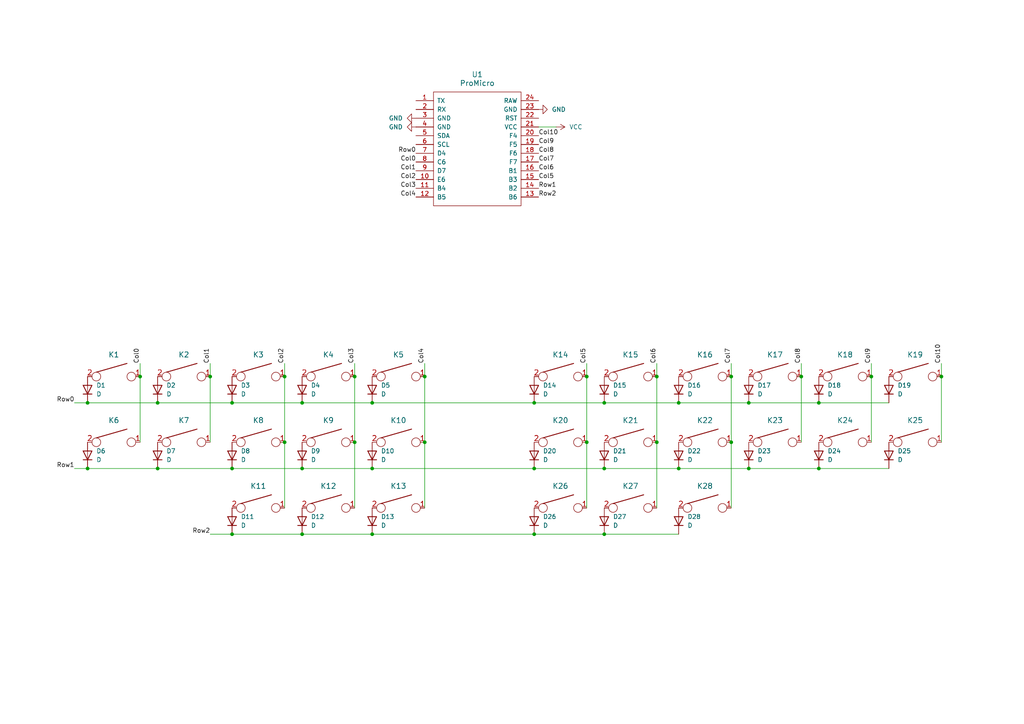
<source format=kicad_sch>
(kicad_sch (version 20230121) (generator eeschema)

  (uuid 2c9076c5-0380-4581-a5e0-d2cdacf22b8a)

  (paper "A4")

  (lib_symbols
    (symbol "Device:D" (pin_numbers hide) (pin_names (offset 1.016) hide) (in_bom yes) (on_board yes)
      (property "Reference" "D" (at 0 2.54 0)
        (effects (font (size 1.27 1.27)))
      )
      (property "Value" "D" (at 0 -2.54 0)
        (effects (font (size 1.27 1.27)))
      )
      (property "Footprint" "" (at 0 0 0)
        (effects (font (size 1.27 1.27)) hide)
      )
      (property "Datasheet" "~" (at 0 0 0)
        (effects (font (size 1.27 1.27)) hide)
      )
      (property "Sim.Device" "D" (at 0 0 0)
        (effects (font (size 1.27 1.27)) hide)
      )
      (property "Sim.Pins" "1=K 2=A" (at 0 0 0)
        (effects (font (size 1.27 1.27)) hide)
      )
      (property "ki_keywords" "diode" (at 0 0 0)
        (effects (font (size 1.27 1.27)) hide)
      )
      (property "ki_description" "Diode" (at 0 0 0)
        (effects (font (size 1.27 1.27)) hide)
      )
      (property "ki_fp_filters" "TO-???* *_Diode_* *SingleDiode* D_*" (at 0 0 0)
        (effects (font (size 1.27 1.27)) hide)
      )
      (symbol "D_0_1"
        (polyline
          (pts
            (xy -1.27 1.27)
            (xy -1.27 -1.27)
          )
          (stroke (width 0.254) (type default))
          (fill (type none))
        )
        (polyline
          (pts
            (xy 1.27 0)
            (xy -1.27 0)
          )
          (stroke (width 0) (type default))
          (fill (type none))
        )
        (polyline
          (pts
            (xy 1.27 1.27)
            (xy 1.27 -1.27)
            (xy -1.27 0)
            (xy 1.27 1.27)
          )
          (stroke (width 0.254) (type default))
          (fill (type none))
        )
      )
      (symbol "D_1_1"
        (pin passive line (at -3.81 0 0) (length 2.54)
          (name "K" (effects (font (size 1.27 1.27))))
          (number "1" (effects (font (size 1.27 1.27))))
        )
        (pin passive line (at 3.81 0 180) (length 2.54)
          (name "A" (effects (font (size 1.27 1.27))))
          (number "2" (effects (font (size 1.27 1.27))))
        )
      )
    )
    (symbol "keyboard_parts:KEYSW" (pin_names (offset 1.016)) (in_bom yes) (on_board yes)
      (property "Reference" "K?" (at -1.27 0 0)
        (effects (font (size 1.524 1.524)))
      )
      (property "Value" "KEYSW" (at 0 -2.54 0)
        (effects (font (size 1.524 1.524)) hide)
      )
      (property "Footprint" "" (at 0 0 0)
        (effects (font (size 1.524 1.524)))
      )
      (property "Datasheet" "" (at 0 0 0)
        (effects (font (size 1.524 1.524)))
      )
      (symbol "KEYSW_0_1"
        (circle (center -5.08 0) (radius 1.27)
          (stroke (width 0) (type solid))
          (fill (type none))
        )
        (polyline
          (pts
            (xy -5.08 1.27)
            (xy 3.81 3.81)
          )
          (stroke (width 0.254) (type solid))
          (fill (type none))
        )
        (circle (center 5.08 0) (radius 1.27)
          (stroke (width 0) (type solid))
          (fill (type none))
        )
      )
      (symbol "KEYSW_1_1"
        (pin passive line (at 7.62 0 180) (length 1.27)
          (name "~" (effects (font (size 1.524 1.524))))
          (number "1" (effects (font (size 1.524 1.524))))
        )
        (pin passive line (at -7.62 0 0) (length 1.27)
          (name "~" (effects (font (size 1.524 1.524))))
          (number "2" (effects (font (size 1.524 1.524))))
        )
      )
    )
    (symbol "power:GND" (power) (pin_names (offset 0)) (in_bom yes) (on_board yes)
      (property "Reference" "#PWR" (at 0 -6.35 0)
        (effects (font (size 1.27 1.27)) hide)
      )
      (property "Value" "GND" (at 0 -3.81 0)
        (effects (font (size 1.27 1.27)))
      )
      (property "Footprint" "" (at 0 0 0)
        (effects (font (size 1.27 1.27)) hide)
      )
      (property "Datasheet" "" (at 0 0 0)
        (effects (font (size 1.27 1.27)) hide)
      )
      (property "ki_keywords" "global power" (at 0 0 0)
        (effects (font (size 1.27 1.27)) hide)
      )
      (property "ki_description" "Power symbol creates a global label with name \"GND\" , ground" (at 0 0 0)
        (effects (font (size 1.27 1.27)) hide)
      )
      (symbol "GND_0_1"
        (polyline
          (pts
            (xy 0 0)
            (xy 0 -1.27)
            (xy 1.27 -1.27)
            (xy 0 -2.54)
            (xy -1.27 -1.27)
            (xy 0 -1.27)
          )
          (stroke (width 0) (type default))
          (fill (type none))
        )
      )
      (symbol "GND_1_1"
        (pin power_in line (at 0 0 270) (length 0) hide
          (name "GND" (effects (font (size 1.27 1.27))))
          (number "1" (effects (font (size 1.27 1.27))))
        )
      )
    )
    (symbol "power:VCC" (power) (pin_names (offset 0)) (in_bom yes) (on_board yes)
      (property "Reference" "#PWR" (at 0 -3.81 0)
        (effects (font (size 1.27 1.27)) hide)
      )
      (property "Value" "VCC" (at 0 3.81 0)
        (effects (font (size 1.27 1.27)))
      )
      (property "Footprint" "" (at 0 0 0)
        (effects (font (size 1.27 1.27)) hide)
      )
      (property "Datasheet" "" (at 0 0 0)
        (effects (font (size 1.27 1.27)) hide)
      )
      (property "ki_keywords" "global power" (at 0 0 0)
        (effects (font (size 1.27 1.27)) hide)
      )
      (property "ki_description" "Power symbol creates a global label with name \"VCC\"" (at 0 0 0)
        (effects (font (size 1.27 1.27)) hide)
      )
      (symbol "VCC_0_1"
        (polyline
          (pts
            (xy -0.762 1.27)
            (xy 0 2.54)
          )
          (stroke (width 0) (type default))
          (fill (type none))
        )
        (polyline
          (pts
            (xy 0 0)
            (xy 0 2.54)
          )
          (stroke (width 0) (type default))
          (fill (type none))
        )
        (polyline
          (pts
            (xy 0 2.54)
            (xy 0.762 1.27)
          )
          (stroke (width 0) (type default))
          (fill (type none))
        )
      )
      (symbol "VCC_1_1"
        (pin power_in line (at 0 0 90) (length 0) hide
          (name "VCC" (effects (font (size 1.27 1.27))))
          (number "1" (effects (font (size 1.27 1.27))))
        )
      )
    )
    (symbol "promicro:ProMicro" (pin_names (offset 1.016)) (in_bom yes) (on_board yes)
      (property "Reference" "U" (at 0 24.13 0)
        (effects (font (size 1.524 1.524)))
      )
      (property "Value" "ProMicro" (at 0 -13.97 0)
        (effects (font (size 1.524 1.524)))
      )
      (property "Footprint" "" (at 2.54 -26.67 0)
        (effects (font (size 1.524 1.524)))
      )
      (property "Datasheet" "" (at 2.54 -26.67 0)
        (effects (font (size 1.524 1.524)))
      )
      (symbol "ProMicro_0_1"
        (rectangle (start -12.7 21.59) (end 12.7 -11.43)
          (stroke (width 0) (type solid))
          (fill (type none))
        )
      )
      (symbol "ProMicro_1_1"
        (pin bidirectional line (at -17.78 19.05 0) (length 5.08)
          (name "TX" (effects (font (size 1.27 1.27))))
          (number "1" (effects (font (size 1.27 1.27))))
        )
        (pin bidirectional line (at -17.78 -3.81 0) (length 5.08)
          (name "E6" (effects (font (size 1.27 1.27))))
          (number "10" (effects (font (size 1.27 1.27))))
        )
        (pin bidirectional line (at -17.78 -6.35 0) (length 5.08)
          (name "B4" (effects (font (size 1.27 1.27))))
          (number "11" (effects (font (size 1.27 1.27))))
        )
        (pin bidirectional line (at -17.78 -8.89 0) (length 5.08)
          (name "B5" (effects (font (size 1.27 1.27))))
          (number "12" (effects (font (size 1.27 1.27))))
        )
        (pin bidirectional line (at 17.78 -8.89 180) (length 5.08)
          (name "B6" (effects (font (size 1.27 1.27))))
          (number "13" (effects (font (size 1.27 1.27))))
        )
        (pin bidirectional line (at 17.78 -6.35 180) (length 5.08)
          (name "B2" (effects (font (size 1.27 1.27))))
          (number "14" (effects (font (size 1.27 1.27))))
        )
        (pin bidirectional line (at 17.78 -3.81 180) (length 5.08)
          (name "B3" (effects (font (size 1.27 1.27))))
          (number "15" (effects (font (size 1.27 1.27))))
        )
        (pin bidirectional line (at 17.78 -1.27 180) (length 5.08)
          (name "B1" (effects (font (size 1.27 1.27))))
          (number "16" (effects (font (size 1.27 1.27))))
        )
        (pin bidirectional line (at 17.78 1.27 180) (length 5.08)
          (name "F7" (effects (font (size 1.27 1.27))))
          (number "17" (effects (font (size 1.27 1.27))))
        )
        (pin bidirectional line (at 17.78 3.81 180) (length 5.08)
          (name "F6" (effects (font (size 1.27 1.27))))
          (number "18" (effects (font (size 1.27 1.27))))
        )
        (pin bidirectional line (at 17.78 6.35 180) (length 5.08)
          (name "F5" (effects (font (size 1.27 1.27))))
          (number "19" (effects (font (size 1.27 1.27))))
        )
        (pin bidirectional line (at -17.78 16.51 0) (length 5.08)
          (name "RX" (effects (font (size 1.27 1.27))))
          (number "2" (effects (font (size 1.27 1.27))))
        )
        (pin bidirectional line (at 17.78 8.89 180) (length 5.08)
          (name "F4" (effects (font (size 1.27 1.27))))
          (number "20" (effects (font (size 1.27 1.27))))
        )
        (pin power_in line (at 17.78 11.43 180) (length 5.08)
          (name "VCC" (effects (font (size 1.27 1.27))))
          (number "21" (effects (font (size 1.27 1.27))))
        )
        (pin input line (at 17.78 13.97 180) (length 5.08)
          (name "RST" (effects (font (size 1.27 1.27))))
          (number "22" (effects (font (size 1.27 1.27))))
        )
        (pin power_in line (at 17.78 16.51 180) (length 5.08)
          (name "GND" (effects (font (size 1.27 1.27))))
          (number "23" (effects (font (size 1.27 1.27))))
        )
        (pin power_out line (at 17.78 19.05 180) (length 5.08)
          (name "RAW" (effects (font (size 1.27 1.27))))
          (number "24" (effects (font (size 1.27 1.27))))
        )
        (pin power_in line (at -17.78 13.97 0) (length 5.08)
          (name "GND" (effects (font (size 1.27 1.27))))
          (number "3" (effects (font (size 1.27 1.27))))
        )
        (pin power_in line (at -17.78 11.43 0) (length 5.08)
          (name "GND" (effects (font (size 1.27 1.27))))
          (number "4" (effects (font (size 1.27 1.27))))
        )
        (pin bidirectional line (at -17.78 8.89 0) (length 5.08)
          (name "SDA" (effects (font (size 1.27 1.27))))
          (number "5" (effects (font (size 1.27 1.27))))
        )
        (pin bidirectional line (at -17.78 6.35 0) (length 5.08)
          (name "SCL" (effects (font (size 1.27 1.27))))
          (number "6" (effects (font (size 1.27 1.27))))
        )
        (pin bidirectional line (at -17.78 3.81 0) (length 5.08)
          (name "D4" (effects (font (size 1.27 1.27))))
          (number "7" (effects (font (size 1.27 1.27))))
        )
        (pin bidirectional line (at -17.78 1.27 0) (length 5.08)
          (name "C6" (effects (font (size 1.27 1.27))))
          (number "8" (effects (font (size 1.27 1.27))))
        )
        (pin bidirectional line (at -17.78 -1.27 0) (length 5.08)
          (name "D7" (effects (font (size 1.27 1.27))))
          (number "9" (effects (font (size 1.27 1.27))))
        )
      )
    )
  )

  (junction (at 87.63 116.84) (diameter 0) (color 0 0 0 0)
    (uuid 08ec2e7b-f6bb-45e2-b52c-19fe9da1d3c1)
  )
  (junction (at 154.94 116.84) (diameter 0) (color 0 0 0 0)
    (uuid 1415b061-6487-45c6-9e17-f3c993507fe9)
  )
  (junction (at 175.26 154.94) (diameter 0) (color 0 0 0 0)
    (uuid 15346048-8248-432d-a2f3-28c424fd2339)
  )
  (junction (at 87.63 154.94) (diameter 0) (color 0 0 0 0)
    (uuid 15d2e8b0-7411-4e47-9c65-eedfd8f32e56)
  )
  (junction (at 67.31 135.89) (diameter 0) (color 0 0 0 0)
    (uuid 172ca44e-4384-4337-a37a-c1522ddbf8e1)
  )
  (junction (at 217.17 116.84) (diameter 0) (color 0 0 0 0)
    (uuid 1a66058f-248f-4164-9252-4cc53c4b5be3)
  )
  (junction (at 154.94 154.94) (diameter 0) (color 0 0 0 0)
    (uuid 210bcbae-3707-4bc1-ad57-43a1f3659768)
  )
  (junction (at 175.26 135.89) (diameter 0) (color 0 0 0 0)
    (uuid 262a57f2-4988-4ed5-978a-491819b242d2)
  )
  (junction (at 217.17 135.89) (diameter 0) (color 0 0 0 0)
    (uuid 28843ddc-e4a6-4a8f-ade5-9312b9e7606c)
  )
  (junction (at 237.49 116.84) (diameter 0) (color 0 0 0 0)
    (uuid 2a712962-d071-44cb-be1e-e1159b1f731d)
  )
  (junction (at 237.49 135.89) (diameter 0) (color 0 0 0 0)
    (uuid 2b10b1ae-a765-4ed9-b7c9-37be504e7c23)
  )
  (junction (at 102.87 109.22) (diameter 0) (color 0 0 0 0)
    (uuid 2fabf04b-46f7-4c89-a3e3-cb63281e5fba)
  )
  (junction (at 190.5 128.27) (diameter 0) (color 0 0 0 0)
    (uuid 3501c91f-663a-4ac3-afc2-74eb9a939676)
  )
  (junction (at 252.73 109.22) (diameter 0) (color 0 0 0 0)
    (uuid 3f5a3757-1fba-4a02-a71a-d46414193ce7)
  )
  (junction (at 232.41 109.22) (diameter 0) (color 0 0 0 0)
    (uuid 3fdde7e2-dd9b-49c7-b10e-307d3f895245)
  )
  (junction (at 212.09 128.27) (diameter 0) (color 0 0 0 0)
    (uuid 410a8401-53e7-42fb-98a2-4dc11a867c7e)
  )
  (junction (at 170.18 128.27) (diameter 0) (color 0 0 0 0)
    (uuid 4e845425-a05a-4260-9353-5e7d4ff4e30b)
  )
  (junction (at 87.63 135.89) (diameter 0) (color 0 0 0 0)
    (uuid 50c4d701-4def-4b8a-a054-b07eea153e49)
  )
  (junction (at 107.95 154.94) (diameter 0) (color 0 0 0 0)
    (uuid 6bc6da46-939f-4108-9800-b66dce0758c4)
  )
  (junction (at 196.85 135.89) (diameter 0) (color 0 0 0 0)
    (uuid 6c299547-8be8-4239-bd35-e27a8cfbc33f)
  )
  (junction (at 67.31 116.84) (diameter 0) (color 0 0 0 0)
    (uuid 7654eec5-70e5-416c-9556-bed040f0044e)
  )
  (junction (at 170.18 109.22) (diameter 0) (color 0 0 0 0)
    (uuid 7fc92536-4c34-4bf5-9317-86cd1c1bc56f)
  )
  (junction (at 190.5 109.22) (diameter 0) (color 0 0 0 0)
    (uuid 93ddc6a3-c770-425a-914e-686f16395ebf)
  )
  (junction (at 107.95 135.89) (diameter 0) (color 0 0 0 0)
    (uuid 9a1dfc17-bc08-40c9-b278-6cdfea221e95)
  )
  (junction (at 154.94 135.89) (diameter 0) (color 0 0 0 0)
    (uuid 9c76b90c-1b0d-487f-b1de-9628e00b1385)
  )
  (junction (at 45.72 116.84) (diameter 0) (color 0 0 0 0)
    (uuid a4dd125e-8abb-4af4-8dd8-0cbf95818fb0)
  )
  (junction (at 25.4 135.89) (diameter 0) (color 0 0 0 0)
    (uuid a86a3ca1-f767-4102-a6f5-21aebcaca4ad)
  )
  (junction (at 25.4 116.84) (diameter 0) (color 0 0 0 0)
    (uuid aa75ca7b-6b92-4ab6-8c2b-27ab0b203041)
  )
  (junction (at 196.85 116.84) (diameter 0) (color 0 0 0 0)
    (uuid af6b3907-3886-4224-976d-81483ff9898b)
  )
  (junction (at 212.09 109.22) (diameter 0) (color 0 0 0 0)
    (uuid b5343fb0-26bb-4541-82c5-07f83eaa9983)
  )
  (junction (at 107.95 116.84) (diameter 0) (color 0 0 0 0)
    (uuid b76a77ad-02c6-462b-af21-eef6cde759ed)
  )
  (junction (at 123.19 109.22) (diameter 0) (color 0 0 0 0)
    (uuid b7e4732a-d6dc-4729-8527-b8d89d53b558)
  )
  (junction (at 102.87 128.27) (diameter 0) (color 0 0 0 0)
    (uuid bd444b5e-2d51-4d90-a629-81ad2c7647a0)
  )
  (junction (at 123.19 128.27) (diameter 0) (color 0 0 0 0)
    (uuid c204f307-350e-49b3-b971-6a3ddf1a7047)
  )
  (junction (at 82.55 128.27) (diameter 0) (color 0 0 0 0)
    (uuid ca1d9bf6-53a4-4e91-8c4a-8f69d63ea14f)
  )
  (junction (at 82.55 109.22) (diameter 0) (color 0 0 0 0)
    (uuid d61bc38c-1630-4bc4-8c47-5a6015833a06)
  )
  (junction (at 175.26 116.84) (diameter 0) (color 0 0 0 0)
    (uuid dea68f21-240a-4457-96eb-cf77c3dcbc79)
  )
  (junction (at 60.96 109.22) (diameter 0) (color 0 0 0 0)
    (uuid e43e27ae-0df1-4be3-a5c1-e7beb380bdc5)
  )
  (junction (at 45.72 135.89) (diameter 0) (color 0 0 0 0)
    (uuid eac79cac-3315-4505-bc95-3e8ed68fc555)
  )
  (junction (at 273.05 109.22) (diameter 0) (color 0 0 0 0)
    (uuid ec2f1bf1-05f7-4dda-a767-a908a85bdfc0)
  )
  (junction (at 67.31 154.94) (diameter 0) (color 0 0 0 0)
    (uuid f767b12d-e52a-458b-92fe-619626aee736)
  )
  (junction (at 40.64 109.22) (diameter 0) (color 0 0 0 0)
    (uuid fe96d079-95b9-4123-896a-f9cfb8f3ba20)
  )

  (wire (pts (xy 217.17 135.89) (xy 237.49 135.89))
    (stroke (width 0) (type default))
    (uuid 02ccc5cd-dd60-42a9-815c-be8ac9496024)
  )
  (wire (pts (xy 190.5 105.41) (xy 190.5 109.22))
    (stroke (width 0) (type default))
    (uuid 05da97c0-b550-4abd-ba32-dc50618b4319)
  )
  (wire (pts (xy 87.63 154.94) (xy 107.95 154.94))
    (stroke (width 0) (type default))
    (uuid 06d4b76b-5b20-47ad-814d-d877539e8292)
  )
  (wire (pts (xy 154.94 135.89) (xy 175.26 135.89))
    (stroke (width 0) (type default))
    (uuid 0da728d9-0f2d-407a-94fa-b3e00d073fcf)
  )
  (wire (pts (xy 232.41 105.41) (xy 232.41 109.22))
    (stroke (width 0) (type default))
    (uuid 11cabfae-c0ed-42c7-a2fb-804530c2b8aa)
  )
  (wire (pts (xy 45.72 135.89) (xy 67.31 135.89))
    (stroke (width 0) (type default))
    (uuid 1e796062-15a6-4c57-aa2e-b687d29dd4ef)
  )
  (wire (pts (xy 237.49 135.89) (xy 257.81 135.89))
    (stroke (width 0) (type default))
    (uuid 2759d956-48f7-451b-a751-7730e2f29411)
  )
  (wire (pts (xy 170.18 105.41) (xy 170.18 109.22))
    (stroke (width 0) (type default))
    (uuid 2aacf911-4e5a-4e95-ac70-f957a92fedc1)
  )
  (wire (pts (xy 196.85 135.89) (xy 217.17 135.89))
    (stroke (width 0) (type default))
    (uuid 2bce4eed-4bb0-4922-bb8d-51213fefd55a)
  )
  (wire (pts (xy 67.31 116.84) (xy 87.63 116.84))
    (stroke (width 0) (type default))
    (uuid 2c08ef3e-d111-4e73-b528-5cbda8fcf1f5)
  )
  (wire (pts (xy 212.09 128.27) (xy 212.09 147.32))
    (stroke (width 0) (type default))
    (uuid 2c2f6274-07dd-4d7c-ab2d-536dcff51f9f)
  )
  (wire (pts (xy 237.49 116.84) (xy 257.81 116.84))
    (stroke (width 0) (type default))
    (uuid 2cb218ef-d929-4dfd-9623-1a1f5a46d53b)
  )
  (wire (pts (xy 21.59 116.84) (xy 25.4 116.84))
    (stroke (width 0) (type default))
    (uuid 381ae81f-36f9-4c04-ba93-b2492c3c2c0c)
  )
  (wire (pts (xy 252.73 109.22) (xy 252.73 128.27))
    (stroke (width 0) (type default))
    (uuid 3bc3a5c8-59d0-49da-bd0c-7e8aba945fea)
  )
  (wire (pts (xy 175.26 116.84) (xy 196.85 116.84))
    (stroke (width 0) (type default))
    (uuid 3c127e77-b1ab-4183-948d-4e0a883b353d)
  )
  (wire (pts (xy 82.55 128.27) (xy 82.55 147.32))
    (stroke (width 0) (type default))
    (uuid 47737782-50ca-4837-826e-437cb559653e)
  )
  (wire (pts (xy 21.59 135.89) (xy 25.4 135.89))
    (stroke (width 0) (type default))
    (uuid 4d5f8873-f9c9-481b-a230-5e6b0ef6ca23)
  )
  (wire (pts (xy 107.95 116.84) (xy 154.94 116.84))
    (stroke (width 0) (type default))
    (uuid 50c34045-409b-4a21-8598-8397897983f7)
  )
  (wire (pts (xy 102.87 109.22) (xy 102.87 128.27))
    (stroke (width 0) (type default))
    (uuid 51ecff26-57d7-461f-bf46-322c99885d32)
  )
  (wire (pts (xy 273.05 109.22) (xy 273.05 128.27))
    (stroke (width 0) (type default))
    (uuid 51f9eaad-18a5-4374-8c90-a6c368b35dbd)
  )
  (wire (pts (xy 217.17 116.84) (xy 237.49 116.84))
    (stroke (width 0) (type default))
    (uuid 5f493617-14b7-443e-bee0-11817da22837)
  )
  (wire (pts (xy 175.26 135.89) (xy 196.85 135.89))
    (stroke (width 0) (type default))
    (uuid 5fd77134-33fb-4d5c-93b6-978590d1785d)
  )
  (wire (pts (xy 60.96 154.94) (xy 67.31 154.94))
    (stroke (width 0) (type default))
    (uuid 64792016-9aa2-4cf0-a848-16d1f082be90)
  )
  (wire (pts (xy 40.64 105.41) (xy 40.64 109.22))
    (stroke (width 0) (type default))
    (uuid 6832d454-1cdb-43b4-883d-bb309cb6652d)
  )
  (wire (pts (xy 45.72 116.84) (xy 67.31 116.84))
    (stroke (width 0) (type default))
    (uuid 6c43ee74-2e22-46ee-b3e5-4c1514772ad6)
  )
  (wire (pts (xy 190.5 128.27) (xy 190.5 147.32))
    (stroke (width 0) (type default))
    (uuid 6dc7db27-6105-464c-a2b8-856a0677e61d)
  )
  (wire (pts (xy 60.96 105.41) (xy 60.96 109.22))
    (stroke (width 0) (type default))
    (uuid 756729fe-6e5e-4042-b11a-44827ac0ceb8)
  )
  (wire (pts (xy 273.05 105.41) (xy 273.05 109.22))
    (stroke (width 0) (type default))
    (uuid 7946848e-9f44-4f8d-820a-e64aef6b75d0)
  )
  (wire (pts (xy 107.95 154.94) (xy 154.94 154.94))
    (stroke (width 0) (type default))
    (uuid 7abe9d9d-bb70-4034-a507-5dbc22d5296d)
  )
  (wire (pts (xy 170.18 128.27) (xy 170.18 147.32))
    (stroke (width 0) (type default))
    (uuid 7c809c70-0bf1-4e4c-a555-40cc3020cf08)
  )
  (wire (pts (xy 190.5 109.22) (xy 190.5 128.27))
    (stroke (width 0) (type default))
    (uuid 87f5fd24-cdc5-4b1f-83d9-41cd03cd2ffa)
  )
  (wire (pts (xy 67.31 135.89) (xy 87.63 135.89))
    (stroke (width 0) (type default))
    (uuid 93476cb6-4108-453e-ac27-2b10c074683b)
  )
  (wire (pts (xy 25.4 135.89) (xy 45.72 135.89))
    (stroke (width 0) (type default))
    (uuid a209c0dd-d5c7-46a2-be7d-601abfaf88dc)
  )
  (wire (pts (xy 154.94 116.84) (xy 175.26 116.84))
    (stroke (width 0) (type default))
    (uuid a29c425a-fab5-4d36-9894-fc7b7df5cf90)
  )
  (wire (pts (xy 154.94 154.94) (xy 175.26 154.94))
    (stroke (width 0) (type default))
    (uuid a2fa2c84-290b-472d-b48b-fdff9a1dbc83)
  )
  (wire (pts (xy 60.96 109.22) (xy 60.96 128.27))
    (stroke (width 0) (type default))
    (uuid ad58ac0a-6a3c-4e1e-9e58-91d30d13222c)
  )
  (wire (pts (xy 212.09 109.22) (xy 212.09 128.27))
    (stroke (width 0) (type default))
    (uuid b1169c43-8ef3-48b0-ad3e-a658846e4ed7)
  )
  (wire (pts (xy 87.63 116.84) (xy 107.95 116.84))
    (stroke (width 0) (type default))
    (uuid b4c498a9-f00f-4982-ae65-064568e9187b)
  )
  (wire (pts (xy 25.4 116.84) (xy 45.72 116.84))
    (stroke (width 0) (type default))
    (uuid b9529d74-56ee-461f-9a4a-19698ea6a9a5)
  )
  (wire (pts (xy 102.87 128.27) (xy 102.87 147.32))
    (stroke (width 0) (type default))
    (uuid b994e567-c2d7-49c7-b2cb-a092d059bc63)
  )
  (wire (pts (xy 67.31 154.94) (xy 87.63 154.94))
    (stroke (width 0) (type default))
    (uuid b9cf385c-46a2-4e47-a82c-2473ed8c721f)
  )
  (wire (pts (xy 156.21 36.83) (xy 161.29 36.83))
    (stroke (width 0) (type default))
    (uuid ba0719d4-5d3d-479c-a37d-93f2189cb142)
  )
  (wire (pts (xy 252.73 105.41) (xy 252.73 109.22))
    (stroke (width 0) (type default))
    (uuid ba3e2530-2f82-45c4-ada2-057321e2b01c)
  )
  (wire (pts (xy 123.19 128.27) (xy 123.19 147.32))
    (stroke (width 0) (type default))
    (uuid c17092cf-15cb-41e0-8881-1eeebab258a0)
  )
  (wire (pts (xy 82.55 109.22) (xy 82.55 128.27))
    (stroke (width 0) (type default))
    (uuid c29cf8ce-6591-4c79-8d14-081e7f1590a5)
  )
  (wire (pts (xy 175.26 154.94) (xy 196.85 154.94))
    (stroke (width 0) (type default))
    (uuid cc33bcc7-fd21-45c5-a404-75ce75703370)
  )
  (wire (pts (xy 212.09 105.41) (xy 212.09 109.22))
    (stroke (width 0) (type default))
    (uuid d1f7830c-db07-4136-b691-033198552a52)
  )
  (wire (pts (xy 40.64 109.22) (xy 40.64 128.27))
    (stroke (width 0) (type default))
    (uuid dc65d6f1-a700-470d-84eb-a51fcf884a43)
  )
  (wire (pts (xy 102.87 105.41) (xy 102.87 109.22))
    (stroke (width 0) (type default))
    (uuid dec66151-672e-4215-9f88-00bfe43ae2da)
  )
  (wire (pts (xy 196.85 116.84) (xy 217.17 116.84))
    (stroke (width 0) (type default))
    (uuid e79405b0-c7b1-4690-b3a3-6dcc2c221e25)
  )
  (wire (pts (xy 87.63 135.89) (xy 107.95 135.89))
    (stroke (width 0) (type default))
    (uuid e79d9c87-b573-4103-808b-777605212d20)
  )
  (wire (pts (xy 123.19 109.22) (xy 123.19 128.27))
    (stroke (width 0) (type default))
    (uuid f13a56fe-0b6d-41af-8040-a34d37602b4e)
  )
  (wire (pts (xy 82.55 105.41) (xy 82.55 109.22))
    (stroke (width 0) (type default))
    (uuid f4cd68ba-0176-44cd-a02f-e5e155ab376c)
  )
  (wire (pts (xy 232.41 109.22) (xy 232.41 128.27))
    (stroke (width 0) (type default))
    (uuid f7398219-706d-4ce5-91d0-6c96a0080a32)
  )
  (wire (pts (xy 123.19 105.41) (xy 123.19 109.22))
    (stroke (width 0) (type default))
    (uuid f7c9a987-2ee7-4c19-baf0-abf8add8dfe8)
  )
  (wire (pts (xy 107.95 135.89) (xy 154.94 135.89))
    (stroke (width 0) (type default))
    (uuid f89352a4-5aa3-4791-818f-ddd75c42dc76)
  )
  (wire (pts (xy 170.18 109.22) (xy 170.18 128.27))
    (stroke (width 0) (type default))
    (uuid fe64f7dd-b5ea-472c-b1e9-4c5096a2a91a)
  )

  (label "Col3" (at 102.87 105.41 90) (fields_autoplaced)
    (effects (font (size 1.27 1.27)) (justify left bottom))
    (uuid 0aff853b-8613-43a5-8f2b-d3030048db9c)
  )
  (label "Col7" (at 156.21 46.99 0) (fields_autoplaced)
    (effects (font (size 1.27 1.27)) (justify left bottom))
    (uuid 135791dc-5180-4795-86ee-f39dd314eb66)
  )
  (label "Col4" (at 123.19 105.41 90) (fields_autoplaced)
    (effects (font (size 1.27 1.27)) (justify left bottom))
    (uuid 164a7973-a7fb-4921-ba58-c1c881d96da1)
  )
  (label "Col5" (at 170.18 105.41 90) (fields_autoplaced)
    (effects (font (size 1.27 1.27)) (justify left bottom))
    (uuid 1e1786b0-46db-49f4-acdb-9a0bfde8e766)
  )
  (label "Col10" (at 273.05 105.41 90) (fields_autoplaced)
    (effects (font (size 1.27 1.27)) (justify left bottom))
    (uuid 33d65873-792d-466e-86f6-ef1465168f9d)
  )
  (label "Col6" (at 156.21 49.53 0) (fields_autoplaced)
    (effects (font (size 1.27 1.27)) (justify left bottom))
    (uuid 36482a48-f0da-479e-bd14-29c673314ac2)
  )
  (label "Col9" (at 156.21 41.91 0) (fields_autoplaced)
    (effects (font (size 1.27 1.27)) (justify left bottom))
    (uuid 37806ebd-292b-4616-9516-c155029acd4a)
  )
  (label "Col3" (at 120.65 54.61 180) (fields_autoplaced)
    (effects (font (size 1.27 1.27)) (justify right bottom))
    (uuid 3d97bf7f-f233-4327-aea1-d452d08754db)
  )
  (label "Col9" (at 252.73 105.41 90) (fields_autoplaced)
    (effects (font (size 1.27 1.27)) (justify left bottom))
    (uuid 44dfbe4b-3956-4195-b9c4-6b5f44becd7b)
  )
  (label "Col6" (at 190.5 105.41 90) (fields_autoplaced)
    (effects (font (size 1.27 1.27)) (justify left bottom))
    (uuid 452bad91-4d8b-4705-a410-5a82533648be)
  )
  (label "Row1" (at 156.21 54.61 0) (fields_autoplaced)
    (effects (font (size 1.27 1.27)) (justify left bottom))
    (uuid 4bcc0a8b-e7b1-458c-a9aa-b9e5532d3703)
  )
  (label "Row2" (at 60.96 154.94 180) (fields_autoplaced)
    (effects (font (size 1.27 1.27)) (justify right bottom))
    (uuid 534b4c69-ae4a-418d-88a0-6092f73d4b80)
  )
  (label "Col4" (at 120.65 57.15 180) (fields_autoplaced)
    (effects (font (size 1.27 1.27)) (justify right bottom))
    (uuid 5a82cf77-a759-4172-a2f7-93afbaefed3b)
  )
  (label "Row2" (at 156.21 57.15 0) (fields_autoplaced)
    (effects (font (size 1.27 1.27)) (justify left bottom))
    (uuid 6751160c-ac0f-4f68-873d-4680c1bd0164)
  )
  (label "Col2" (at 82.55 105.41 90) (fields_autoplaced)
    (effects (font (size 1.27 1.27)) (justify left bottom))
    (uuid 8e05c441-e277-4c17-a653-54bf7044fa8b)
  )
  (label "Col2" (at 120.65 52.07 180) (fields_autoplaced)
    (effects (font (size 1.27 1.27)) (justify right bottom))
    (uuid 8e8247d8-e06a-4fd3-ae7e-5b011b97ab70)
  )
  (label "Row1" (at 21.59 135.89 180) (fields_autoplaced)
    (effects (font (size 1.27 1.27)) (justify right bottom))
    (uuid 9159e1ed-f2b2-4a02-b60e-6d620f3c5c2f)
  )
  (label "Col1" (at 60.96 105.41 90) (fields_autoplaced)
    (effects (font (size 1.27 1.27)) (justify left bottom))
    (uuid a7265a9f-26f6-4372-97a7-3f2d05d98b43)
  )
  (label "Col1" (at 120.65 49.53 180) (fields_autoplaced)
    (effects (font (size 1.27 1.27)) (justify right bottom))
    (uuid aadb65ec-fa63-43af-a4a3-c75d8d84bf3b)
  )
  (label "Col0" (at 120.65 46.99 180) (fields_autoplaced)
    (effects (font (size 1.27 1.27)) (justify right bottom))
    (uuid ae01fd88-843e-4bc1-ad90-9a1915cc563d)
  )
  (label "Col10" (at 156.21 39.37 0) (fields_autoplaced)
    (effects (font (size 1.27 1.27)) (justify left bottom))
    (uuid b122ddb7-f93c-4d2e-80f0-1226453d3c0a)
  )
  (label "Col0" (at 40.64 105.41 90) (fields_autoplaced)
    (effects (font (size 1.27 1.27)) (justify left bottom))
    (uuid b1f2c9b2-a5d6-47c4-a1a5-82c64c3a6fd6)
  )
  (label "Col8" (at 232.41 105.41 90) (fields_autoplaced)
    (effects (font (size 1.27 1.27)) (justify left bottom))
    (uuid b91d895f-8bab-4396-9d1a-2cc453b8b3e3)
  )
  (label "Col8" (at 156.21 44.45 0) (fields_autoplaced)
    (effects (font (size 1.27 1.27)) (justify left bottom))
    (uuid c1684a32-eeb1-4e87-a2bd-19c2286984c1)
  )
  (label "Row0" (at 21.59 116.84 180) (fields_autoplaced)
    (effects (font (size 1.27 1.27)) (justify right bottom))
    (uuid d9e6d4ad-cd27-49bb-bf69-c5e49e4e3c9d)
  )
  (label "Row0" (at 120.65 44.45 180) (fields_autoplaced)
    (effects (font (size 1.27 1.27)) (justify right bottom))
    (uuid e4b532d3-fd3c-435f-a7db-efcfc3e72457)
  )
  (label "Col5" (at 156.21 52.07 0) (fields_autoplaced)
    (effects (font (size 1.27 1.27)) (justify left bottom))
    (uuid f03291f3-3869-4611-b531-b0cfefee76b6)
  )
  (label "Col7" (at 212.09 105.41 90) (fields_autoplaced)
    (effects (font (size 1.27 1.27)) (justify left bottom))
    (uuid f7de6a6d-6686-44c2-8bc5-73ce384a4b88)
  )

  (symbol (lib_id "keyboard_parts:KEYSW") (at 265.43 128.27 0) (unit 1)
    (in_bom yes) (on_board yes) (dnp no) (fields_autoplaced)
    (uuid 06d1471f-3837-4aee-92dd-e022dac777de)
    (property "Reference" "K25" (at 265.43 121.92 0)
      (effects (font (size 1.524 1.524)))
    )
    (property "Value" "KEYSW" (at 265.43 130.81 0)
      (effects (font (size 1.524 1.524)) hide)
    )
    (property "Footprint" "new:Mx_Alps_125" (at 265.43 128.27 0)
      (effects (font (size 1.524 1.524)) hide)
    )
    (property "Datasheet" "" (at 265.43 128.27 0)
      (effects (font (size 1.524 1.524)))
    )
    (pin "1" (uuid ed9c760f-7fd6-412a-a001-81da4470408f))
    (pin "2" (uuid 84c50f03-6ee5-4356-8a23-ef4e45f24386))
    (instances
      (project "StenoBoard"
        (path "/2c9076c5-0380-4581-a5e0-d2cdacf22b8a"
          (reference "K25") (unit 1)
        )
      )
    )
  )

  (symbol (lib_id "Device:D") (at 25.4 113.03 90) (unit 1)
    (in_bom yes) (on_board yes) (dnp no) (fields_autoplaced)
    (uuid 0f6cfc87-1a20-49ce-90be-35dbef491962)
    (property "Reference" "D1" (at 27.94 111.76 90)
      (effects (font (size 1.27 1.27)) (justify right))
    )
    (property "Value" "D" (at 27.94 114.3 90)
      (effects (font (size 1.27 1.27)) (justify right))
    )
    (property "Footprint" "new:D_SOD123" (at 25.4 113.03 0)
      (effects (font (size 1.27 1.27)) hide)
    )
    (property "Datasheet" "~" (at 25.4 113.03 0)
      (effects (font (size 1.27 1.27)) hide)
    )
    (property "Sim.Device" "D" (at 25.4 113.03 0)
      (effects (font (size 1.27 1.27)) hide)
    )
    (property "Sim.Pins" "1=K 2=A" (at 25.4 113.03 0)
      (effects (font (size 1.27 1.27)) hide)
    )
    (pin "2" (uuid 6fdc93ff-a4e5-4add-a99a-0e6735ab75c1))
    (pin "1" (uuid 45e2bf03-377e-4d2d-aa2d-ea23a514b365))
    (instances
      (project "StenoBoard"
        (path "/2c9076c5-0380-4581-a5e0-d2cdacf22b8a"
          (reference "D1") (unit 1)
        )
      )
    )
  )

  (symbol (lib_id "Device:D") (at 237.49 132.08 90) (unit 1)
    (in_bom yes) (on_board yes) (dnp no) (fields_autoplaced)
    (uuid 1343b4d9-729e-4814-8276-11ea99cd721b)
    (property "Reference" "D24" (at 240.03 130.81 90)
      (effects (font (size 1.27 1.27)) (justify right))
    )
    (property "Value" "D" (at 240.03 133.35 90)
      (effects (font (size 1.27 1.27)) (justify right))
    )
    (property "Footprint" "new:D_SOD123" (at 237.49 132.08 0)
      (effects (font (size 1.27 1.27)) hide)
    )
    (property "Datasheet" "~" (at 237.49 132.08 0)
      (effects (font (size 1.27 1.27)) hide)
    )
    (property "Sim.Device" "D" (at 237.49 132.08 0)
      (effects (font (size 1.27 1.27)) hide)
    )
    (property "Sim.Pins" "1=K 2=A" (at 237.49 132.08 0)
      (effects (font (size 1.27 1.27)) hide)
    )
    (pin "2" (uuid 1214b9a6-22b3-412e-ba05-b30029273cb8))
    (pin "1" (uuid b99364dd-e45f-43fd-8b2b-876c19359650))
    (instances
      (project "StenoBoard"
        (path "/2c9076c5-0380-4581-a5e0-d2cdacf22b8a"
          (reference "D24") (unit 1)
        )
      )
    )
  )

  (symbol (lib_id "keyboard_parts:KEYSW") (at 224.79 109.22 0) (unit 1)
    (in_bom yes) (on_board yes) (dnp no) (fields_autoplaced)
    (uuid 15bffb29-6c38-489d-a0de-3af70cd52a96)
    (property "Reference" "K17" (at 224.79 102.87 0)
      (effects (font (size 1.524 1.524)))
    )
    (property "Value" "KEYSW" (at 224.79 111.76 0)
      (effects (font (size 1.524 1.524)) hide)
    )
    (property "Footprint" "new:Mx_Alps_125" (at 224.79 109.22 0)
      (effects (font (size 1.524 1.524)) hide)
    )
    (property "Datasheet" "" (at 224.79 109.22 0)
      (effects (font (size 1.524 1.524)))
    )
    (pin "1" (uuid a821a515-c4a0-40ac-ad5f-0824b4883401))
    (pin "2" (uuid 58cc3c90-005d-4e26-a228-461937b569e0))
    (instances
      (project "StenoBoard"
        (path "/2c9076c5-0380-4581-a5e0-d2cdacf22b8a"
          (reference "K17") (unit 1)
        )
      )
    )
  )

  (symbol (lib_id "Device:D") (at 154.94 132.08 90) (unit 1)
    (in_bom yes) (on_board yes) (dnp no) (fields_autoplaced)
    (uuid 1779d079-a5a9-4623-a6fb-30cc22602b5a)
    (property "Reference" "D20" (at 157.48 130.81 90)
      (effects (font (size 1.27 1.27)) (justify right))
    )
    (property "Value" "D" (at 157.48 133.35 90)
      (effects (font (size 1.27 1.27)) (justify right))
    )
    (property "Footprint" "new:D_SOD123" (at 154.94 132.08 0)
      (effects (font (size 1.27 1.27)) hide)
    )
    (property "Datasheet" "~" (at 154.94 132.08 0)
      (effects (font (size 1.27 1.27)) hide)
    )
    (property "Sim.Device" "D" (at 154.94 132.08 0)
      (effects (font (size 1.27 1.27)) hide)
    )
    (property "Sim.Pins" "1=K 2=A" (at 154.94 132.08 0)
      (effects (font (size 1.27 1.27)) hide)
    )
    (pin "2" (uuid 24dfccbd-d06b-4172-b634-6fcfb5d79e8d))
    (pin "1" (uuid 8a83b957-8b23-479c-81d6-02131e2a1106))
    (instances
      (project "StenoBoard"
        (path "/2c9076c5-0380-4581-a5e0-d2cdacf22b8a"
          (reference "D20") (unit 1)
        )
      )
    )
  )

  (symbol (lib_id "keyboard_parts:KEYSW") (at 245.11 109.22 0) (unit 1)
    (in_bom yes) (on_board yes) (dnp no) (fields_autoplaced)
    (uuid 17ef6986-dd91-48e3-921e-1671310f443d)
    (property "Reference" "K18" (at 245.11 102.87 0)
      (effects (font (size 1.524 1.524)))
    )
    (property "Value" "KEYSW" (at 245.11 111.76 0)
      (effects (font (size 1.524 1.524)) hide)
    )
    (property "Footprint" "new:Mx_Alps_125" (at 245.11 109.22 0)
      (effects (font (size 1.524 1.524)) hide)
    )
    (property "Datasheet" "" (at 245.11 109.22 0)
      (effects (font (size 1.524 1.524)))
    )
    (pin "1" (uuid 84e3a54f-9be1-42a8-afd3-4ce04a5b1be4))
    (pin "2" (uuid 7b0cc587-de98-4379-a5d9-9ec62e6ea852))
    (instances
      (project "StenoBoard"
        (path "/2c9076c5-0380-4581-a5e0-d2cdacf22b8a"
          (reference "K18") (unit 1)
        )
      )
    )
  )

  (symbol (lib_id "keyboard_parts:KEYSW") (at 245.11 128.27 0) (unit 1)
    (in_bom yes) (on_board yes) (dnp no) (fields_autoplaced)
    (uuid 20335a1e-17b2-488e-97b2-96c49c5239c7)
    (property "Reference" "K24" (at 245.11 121.92 0)
      (effects (font (size 1.524 1.524)))
    )
    (property "Value" "KEYSW" (at 245.11 130.81 0)
      (effects (font (size 1.524 1.524)) hide)
    )
    (property "Footprint" "new:Mx_Alps_125" (at 245.11 128.27 0)
      (effects (font (size 1.524 1.524)) hide)
    )
    (property "Datasheet" "" (at 245.11 128.27 0)
      (effects (font (size 1.524 1.524)))
    )
    (pin "1" (uuid 7104ca6f-c039-4e46-afbd-98e0180f26e0))
    (pin "2" (uuid 25a19d06-65d9-424a-b9cf-7208e15ef05c))
    (instances
      (project "StenoBoard"
        (path "/2c9076c5-0380-4581-a5e0-d2cdacf22b8a"
          (reference "K24") (unit 1)
        )
      )
    )
  )

  (symbol (lib_id "Device:D") (at 67.31 151.13 90) (unit 1)
    (in_bom yes) (on_board yes) (dnp no) (fields_autoplaced)
    (uuid 295997da-e03a-4212-b2df-0f2068f0d3de)
    (property "Reference" "D11" (at 69.85 149.86 90)
      (effects (font (size 1.27 1.27)) (justify right))
    )
    (property "Value" "D" (at 69.85 152.4 90)
      (effects (font (size 1.27 1.27)) (justify right))
    )
    (property "Footprint" "new:D_SOD123" (at 67.31 151.13 0)
      (effects (font (size 1.27 1.27)) hide)
    )
    (property "Datasheet" "~" (at 67.31 151.13 0)
      (effects (font (size 1.27 1.27)) hide)
    )
    (property "Sim.Device" "D" (at 67.31 151.13 0)
      (effects (font (size 1.27 1.27)) hide)
    )
    (property "Sim.Pins" "1=K 2=A" (at 67.31 151.13 0)
      (effects (font (size 1.27 1.27)) hide)
    )
    (pin "2" (uuid 6fdc93ff-a4e5-4add-a99a-0e6735ab75c2))
    (pin "1" (uuid 45e2bf03-377e-4d2d-aa2d-ea23a514b366))
    (instances
      (project "StenoBoard"
        (path "/2c9076c5-0380-4581-a5e0-d2cdacf22b8a"
          (reference "D11") (unit 1)
        )
      )
    )
  )

  (symbol (lib_id "Device:D") (at 175.26 132.08 90) (unit 1)
    (in_bom yes) (on_board yes) (dnp no) (fields_autoplaced)
    (uuid 2ad8b8e4-75b1-4f8a-b121-1ac256015053)
    (property "Reference" "D21" (at 177.8 130.81 90)
      (effects (font (size 1.27 1.27)) (justify right))
    )
    (property "Value" "D" (at 177.8 133.35 90)
      (effects (font (size 1.27 1.27)) (justify right))
    )
    (property "Footprint" "new:D_SOD123" (at 175.26 132.08 0)
      (effects (font (size 1.27 1.27)) hide)
    )
    (property "Datasheet" "~" (at 175.26 132.08 0)
      (effects (font (size 1.27 1.27)) hide)
    )
    (property "Sim.Device" "D" (at 175.26 132.08 0)
      (effects (font (size 1.27 1.27)) hide)
    )
    (property "Sim.Pins" "1=K 2=A" (at 175.26 132.08 0)
      (effects (font (size 1.27 1.27)) hide)
    )
    (pin "2" (uuid 981da1ad-d743-4386-a918-a7368db770e3))
    (pin "1" (uuid bd4d613a-3728-4da3-aaa0-fe70da877024))
    (instances
      (project "StenoBoard"
        (path "/2c9076c5-0380-4581-a5e0-d2cdacf22b8a"
          (reference "D21") (unit 1)
        )
      )
    )
  )

  (symbol (lib_id "keyboard_parts:KEYSW") (at 115.57 147.32 0) (unit 1)
    (in_bom yes) (on_board yes) (dnp no) (fields_autoplaced)
    (uuid 2c4ed606-28ac-48e0-b51a-c4006f59131d)
    (property "Reference" "K13" (at 115.57 140.97 0)
      (effects (font (size 1.524 1.524)))
    )
    (property "Value" "KEYSW" (at 115.57 149.86 0)
      (effects (font (size 1.524 1.524)) hide)
    )
    (property "Footprint" "new:Mx_Alps_125" (at 115.57 147.32 0)
      (effects (font (size 1.524 1.524)) hide)
    )
    (property "Datasheet" "" (at 115.57 147.32 0)
      (effects (font (size 1.524 1.524)))
    )
    (pin "1" (uuid 15f8b8f0-ec41-4171-bda7-ccf2cce594e2))
    (pin "2" (uuid ed79d445-e3d8-4478-92f2-1677203f8406))
    (instances
      (project "StenoBoard"
        (path "/2c9076c5-0380-4581-a5e0-d2cdacf22b8a"
          (reference "K13") (unit 1)
        )
      )
    )
  )

  (symbol (lib_id "keyboard_parts:KEYSW") (at 204.47 109.22 0) (unit 1)
    (in_bom yes) (on_board yes) (dnp no) (fields_autoplaced)
    (uuid 2cad1985-1d13-44f3-9462-c5e5e66a4022)
    (property "Reference" "K16" (at 204.47 102.87 0)
      (effects (font (size 1.524 1.524)))
    )
    (property "Value" "KEYSW" (at 204.47 111.76 0)
      (effects (font (size 1.524 1.524)) hide)
    )
    (property "Footprint" "new:Mx_Alps_125" (at 204.47 109.22 0)
      (effects (font (size 1.524 1.524)) hide)
    )
    (property "Datasheet" "" (at 204.47 109.22 0)
      (effects (font (size 1.524 1.524)))
    )
    (pin "1" (uuid ecc9db9e-2c62-43bf-85fd-49346d2b7c9b))
    (pin "2" (uuid e230eadb-dd12-4ef6-bd36-7ed276a989df))
    (instances
      (project "StenoBoard"
        (path "/2c9076c5-0380-4581-a5e0-d2cdacf22b8a"
          (reference "K16") (unit 1)
        )
      )
    )
  )

  (symbol (lib_id "Device:D") (at 175.26 113.03 90) (unit 1)
    (in_bom yes) (on_board yes) (dnp no) (fields_autoplaced)
    (uuid 2e9ac2e5-37fc-44a4-89e7-f57d33b1be73)
    (property "Reference" "D15" (at 177.8 111.76 90)
      (effects (font (size 1.27 1.27)) (justify right))
    )
    (property "Value" "D" (at 177.8 114.3 90)
      (effects (font (size 1.27 1.27)) (justify right))
    )
    (property "Footprint" "new:D_SOD123" (at 175.26 113.03 0)
      (effects (font (size 1.27 1.27)) hide)
    )
    (property "Datasheet" "~" (at 175.26 113.03 0)
      (effects (font (size 1.27 1.27)) hide)
    )
    (property "Sim.Device" "D" (at 175.26 113.03 0)
      (effects (font (size 1.27 1.27)) hide)
    )
    (property "Sim.Pins" "1=K 2=A" (at 175.26 113.03 0)
      (effects (font (size 1.27 1.27)) hide)
    )
    (pin "2" (uuid 6280a02e-5162-4302-adb5-9ed80b2df58e))
    (pin "1" (uuid 142f1e43-0e2a-4f91-8d0b-7c7fc8f6a314))
    (instances
      (project "StenoBoard"
        (path "/2c9076c5-0380-4581-a5e0-d2cdacf22b8a"
          (reference "D15") (unit 1)
        )
      )
    )
  )

  (symbol (lib_id "keyboard_parts:KEYSW") (at 162.56 147.32 0) (unit 1)
    (in_bom yes) (on_board yes) (dnp no) (fields_autoplaced)
    (uuid 327be988-52cf-4255-8882-75dd55834b3e)
    (property "Reference" "K26" (at 162.56 140.97 0)
      (effects (font (size 1.524 1.524)))
    )
    (property "Value" "KEYSW" (at 162.56 149.86 0)
      (effects (font (size 1.524 1.524)) hide)
    )
    (property "Footprint" "new:Mx_Alps_125" (at 162.56 147.32 0)
      (effects (font (size 1.524 1.524)) hide)
    )
    (property "Datasheet" "" (at 162.56 147.32 0)
      (effects (font (size 1.524 1.524)))
    )
    (pin "1" (uuid d6baf2a9-15c8-424f-8de5-e613db4d590b))
    (pin "2" (uuid 3f9c846b-60a4-4223-91a6-fc91c84fce55))
    (instances
      (project "StenoBoard"
        (path "/2c9076c5-0380-4581-a5e0-d2cdacf22b8a"
          (reference "K26") (unit 1)
        )
      )
    )
  )

  (symbol (lib_id "keyboard_parts:KEYSW") (at 224.79 128.27 0) (unit 1)
    (in_bom yes) (on_board yes) (dnp no) (fields_autoplaced)
    (uuid 42de09b8-d818-4d22-b3b2-d642c0f268ab)
    (property "Reference" "K23" (at 224.79 121.92 0)
      (effects (font (size 1.524 1.524)))
    )
    (property "Value" "KEYSW" (at 224.79 130.81 0)
      (effects (font (size 1.524 1.524)) hide)
    )
    (property "Footprint" "new:Mx_Alps_125" (at 224.79 128.27 0)
      (effects (font (size 1.524 1.524)) hide)
    )
    (property "Datasheet" "" (at 224.79 128.27 0)
      (effects (font (size 1.524 1.524)))
    )
    (pin "1" (uuid dd722d43-a78d-4383-ad96-63cfbd5b3705))
    (pin "2" (uuid e89e30fc-e474-4449-856c-2160853447e4))
    (instances
      (project "StenoBoard"
        (path "/2c9076c5-0380-4581-a5e0-d2cdacf22b8a"
          (reference "K23") (unit 1)
        )
      )
    )
  )

  (symbol (lib_id "Device:D") (at 45.72 113.03 90) (unit 1)
    (in_bom yes) (on_board yes) (dnp no) (fields_autoplaced)
    (uuid 49bf8e2f-90d1-4221-b784-3f85bda41df1)
    (property "Reference" "D2" (at 48.26 111.76 90)
      (effects (font (size 1.27 1.27)) (justify right))
    )
    (property "Value" "D" (at 48.26 114.3 90)
      (effects (font (size 1.27 1.27)) (justify right))
    )
    (property "Footprint" "new:D_SOD123" (at 45.72 113.03 0)
      (effects (font (size 1.27 1.27)) hide)
    )
    (property "Datasheet" "~" (at 45.72 113.03 0)
      (effects (font (size 1.27 1.27)) hide)
    )
    (property "Sim.Device" "D" (at 45.72 113.03 0)
      (effects (font (size 1.27 1.27)) hide)
    )
    (property "Sim.Pins" "1=K 2=A" (at 45.72 113.03 0)
      (effects (font (size 1.27 1.27)) hide)
    )
    (pin "2" (uuid 6fdc93ff-a4e5-4add-a99a-0e6735ab75c3))
    (pin "1" (uuid 45e2bf03-377e-4d2d-aa2d-ea23a514b367))
    (instances
      (project "StenoBoard"
        (path "/2c9076c5-0380-4581-a5e0-d2cdacf22b8a"
          (reference "D2") (unit 1)
        )
      )
    )
  )

  (symbol (lib_id "Device:D") (at 87.63 151.13 90) (unit 1)
    (in_bom yes) (on_board yes) (dnp no) (fields_autoplaced)
    (uuid 53db36b9-6d0c-4beb-bbd5-11e969bc698b)
    (property "Reference" "D12" (at 90.17 149.86 90)
      (effects (font (size 1.27 1.27)) (justify right))
    )
    (property "Value" "D" (at 90.17 152.4 90)
      (effects (font (size 1.27 1.27)) (justify right))
    )
    (property "Footprint" "new:D_SOD123" (at 87.63 151.13 0)
      (effects (font (size 1.27 1.27)) hide)
    )
    (property "Datasheet" "~" (at 87.63 151.13 0)
      (effects (font (size 1.27 1.27)) hide)
    )
    (property "Sim.Device" "D" (at 87.63 151.13 0)
      (effects (font (size 1.27 1.27)) hide)
    )
    (property "Sim.Pins" "1=K 2=A" (at 87.63 151.13 0)
      (effects (font (size 1.27 1.27)) hide)
    )
    (pin "2" (uuid 6fdc93ff-a4e5-4add-a99a-0e6735ab75c4))
    (pin "1" (uuid 45e2bf03-377e-4d2d-aa2d-ea23a514b368))
    (instances
      (project "StenoBoard"
        (path "/2c9076c5-0380-4581-a5e0-d2cdacf22b8a"
          (reference "D12") (unit 1)
        )
      )
    )
  )

  (symbol (lib_id "keyboard_parts:KEYSW") (at 95.25 109.22 0) (unit 1)
    (in_bom yes) (on_board yes) (dnp no) (fields_autoplaced)
    (uuid 57124583-3cd5-4752-b663-a3b3916e3e75)
    (property "Reference" "K4" (at 95.25 102.87 0)
      (effects (font (size 1.524 1.524)))
    )
    (property "Value" "KEYSW" (at 95.25 111.76 0)
      (effects (font (size 1.524 1.524)) hide)
    )
    (property "Footprint" "new:Mx_Alps_125" (at 95.25 109.22 0)
      (effects (font (size 1.524 1.524)) hide)
    )
    (property "Datasheet" "" (at 95.25 109.22 0)
      (effects (font (size 1.524 1.524)))
    )
    (pin "1" (uuid 23dc9727-35af-4512-9185-79973d4f5e5e))
    (pin "2" (uuid 30cd1732-63f5-4cf1-b588-86a1e2840cab))
    (instances
      (project "StenoBoard"
        (path "/2c9076c5-0380-4581-a5e0-d2cdacf22b8a"
          (reference "K4") (unit 1)
        )
      )
    )
  )

  (symbol (lib_id "keyboard_parts:KEYSW") (at 115.57 128.27 0) (unit 1)
    (in_bom yes) (on_board yes) (dnp no) (fields_autoplaced)
    (uuid 5a96622c-865c-47ae-8caf-21684a7f2495)
    (property "Reference" "K10" (at 115.57 121.92 0)
      (effects (font (size 1.524 1.524)))
    )
    (property "Value" "KEYSW" (at 115.57 130.81 0)
      (effects (font (size 1.524 1.524)) hide)
    )
    (property "Footprint" "new:Mx_Alps_125" (at 115.57 128.27 0)
      (effects (font (size 1.524 1.524)) hide)
    )
    (property "Datasheet" "" (at 115.57 128.27 0)
      (effects (font (size 1.524 1.524)))
    )
    (pin "1" (uuid 0aa19c49-045c-4499-8fcf-4a1a8d4793de))
    (pin "2" (uuid 10a18991-d1e2-4c2e-8ea1-0a50b8ffc603))
    (instances
      (project "StenoBoard"
        (path "/2c9076c5-0380-4581-a5e0-d2cdacf22b8a"
          (reference "K10") (unit 1)
        )
      )
    )
  )

  (symbol (lib_id "Device:D") (at 196.85 113.03 90) (unit 1)
    (in_bom yes) (on_board yes) (dnp no) (fields_autoplaced)
    (uuid 5fd8f69c-aa87-4a42-b8a7-2e06fb7aad5a)
    (property "Reference" "D16" (at 199.39 111.76 90)
      (effects (font (size 1.27 1.27)) (justify right))
    )
    (property "Value" "D" (at 199.39 114.3 90)
      (effects (font (size 1.27 1.27)) (justify right))
    )
    (property "Footprint" "new:D_SOD123" (at 196.85 113.03 0)
      (effects (font (size 1.27 1.27)) hide)
    )
    (property "Datasheet" "~" (at 196.85 113.03 0)
      (effects (font (size 1.27 1.27)) hide)
    )
    (property "Sim.Device" "D" (at 196.85 113.03 0)
      (effects (font (size 1.27 1.27)) hide)
    )
    (property "Sim.Pins" "1=K 2=A" (at 196.85 113.03 0)
      (effects (font (size 1.27 1.27)) hide)
    )
    (pin "2" (uuid 42a5bbed-5cdf-404f-9395-2e8167844fa7))
    (pin "1" (uuid a4dc102a-a294-473a-bcb4-ea4e6604a593))
    (instances
      (project "StenoBoard"
        (path "/2c9076c5-0380-4581-a5e0-d2cdacf22b8a"
          (reference "D16") (unit 1)
        )
      )
    )
  )

  (symbol (lib_id "keyboard_parts:KEYSW") (at 33.02 128.27 0) (unit 1)
    (in_bom yes) (on_board yes) (dnp no) (fields_autoplaced)
    (uuid 610c07d2-1828-4cda-95e2-a76374945ce2)
    (property "Reference" "K6" (at 33.02 121.92 0)
      (effects (font (size 1.524 1.524)))
    )
    (property "Value" "KEYSW" (at 33.02 130.81 0)
      (effects (font (size 1.524 1.524)) hide)
    )
    (property "Footprint" "new:Mx_Alps_125" (at 33.02 128.27 0)
      (effects (font (size 1.524 1.524)) hide)
    )
    (property "Datasheet" "" (at 33.02 128.27 0)
      (effects (font (size 1.524 1.524)))
    )
    (pin "1" (uuid 33c35a6e-7a8c-4770-bc2e-414ad5f0ad51))
    (pin "2" (uuid 27b7c896-129c-4c34-85df-038124c87b10))
    (instances
      (project "StenoBoard"
        (path "/2c9076c5-0380-4581-a5e0-d2cdacf22b8a"
          (reference "K6") (unit 1)
        )
      )
    )
  )

  (symbol (lib_id "Device:D") (at 257.81 132.08 90) (unit 1)
    (in_bom yes) (on_board yes) (dnp no) (fields_autoplaced)
    (uuid 62a0306a-67a9-47a4-a2ab-7820450a027a)
    (property "Reference" "D25" (at 260.35 130.81 90)
      (effects (font (size 1.27 1.27)) (justify right))
    )
    (property "Value" "D" (at 260.35 133.35 90)
      (effects (font (size 1.27 1.27)) (justify right))
    )
    (property "Footprint" "new:D_SOD123" (at 257.81 132.08 0)
      (effects (font (size 1.27 1.27)) hide)
    )
    (property "Datasheet" "~" (at 257.81 132.08 0)
      (effects (font (size 1.27 1.27)) hide)
    )
    (property "Sim.Device" "D" (at 257.81 132.08 0)
      (effects (font (size 1.27 1.27)) hide)
    )
    (property "Sim.Pins" "1=K 2=A" (at 257.81 132.08 0)
      (effects (font (size 1.27 1.27)) hide)
    )
    (pin "2" (uuid 20f1f819-0319-4cbf-ba53-11e9aa67338c))
    (pin "1" (uuid 39ffb349-5a55-48c1-a560-94e2640dff7c))
    (instances
      (project "StenoBoard"
        (path "/2c9076c5-0380-4581-a5e0-d2cdacf22b8a"
          (reference "D25") (unit 1)
        )
      )
    )
  )

  (symbol (lib_id "Device:D") (at 67.31 113.03 90) (unit 1)
    (in_bom yes) (on_board yes) (dnp no) (fields_autoplaced)
    (uuid 64d0945a-be11-4832-9da3-abeaa12af928)
    (property "Reference" "D3" (at 69.85 111.76 90)
      (effects (font (size 1.27 1.27)) (justify right))
    )
    (property "Value" "D" (at 69.85 114.3 90)
      (effects (font (size 1.27 1.27)) (justify right))
    )
    (property "Footprint" "new:D_SOD123" (at 67.31 113.03 0)
      (effects (font (size 1.27 1.27)) hide)
    )
    (property "Datasheet" "~" (at 67.31 113.03 0)
      (effects (font (size 1.27 1.27)) hide)
    )
    (property "Sim.Device" "D" (at 67.31 113.03 0)
      (effects (font (size 1.27 1.27)) hide)
    )
    (property "Sim.Pins" "1=K 2=A" (at 67.31 113.03 0)
      (effects (font (size 1.27 1.27)) hide)
    )
    (pin "2" (uuid 6fdc93ff-a4e5-4add-a99a-0e6735ab75c5))
    (pin "1" (uuid 45e2bf03-377e-4d2d-aa2d-ea23a514b369))
    (instances
      (project "StenoBoard"
        (path "/2c9076c5-0380-4581-a5e0-d2cdacf22b8a"
          (reference "D3") (unit 1)
        )
      )
    )
  )

  (symbol (lib_id "keyboard_parts:KEYSW") (at 265.43 109.22 0) (unit 1)
    (in_bom yes) (on_board yes) (dnp no) (fields_autoplaced)
    (uuid 6b7fb054-940b-43ff-9853-bfc3b71dabd6)
    (property "Reference" "K19" (at 265.43 102.87 0)
      (effects (font (size 1.524 1.524)))
    )
    (property "Value" "KEYSW" (at 265.43 111.76 0)
      (effects (font (size 1.524 1.524)) hide)
    )
    (property "Footprint" "new:Mx_Alps_125" (at 265.43 109.22 0)
      (effects (font (size 1.524 1.524)) hide)
    )
    (property "Datasheet" "" (at 265.43 109.22 0)
      (effects (font (size 1.524 1.524)))
    )
    (pin "1" (uuid 144a0109-e869-40ec-8022-fec00a6ce6b6))
    (pin "2" (uuid 6ed119eb-38f4-455f-93f7-f8ebe4cc7ff9))
    (instances
      (project "StenoBoard"
        (path "/2c9076c5-0380-4581-a5e0-d2cdacf22b8a"
          (reference "K19") (unit 1)
        )
      )
    )
  )

  (symbol (lib_id "keyboard_parts:KEYSW") (at 74.93 109.22 0) (unit 1)
    (in_bom yes) (on_board yes) (dnp no) (fields_autoplaced)
    (uuid 6e57a32c-aef2-4e01-847c-069cf7d2b783)
    (property "Reference" "K3" (at 74.93 102.87 0)
      (effects (font (size 1.524 1.524)))
    )
    (property "Value" "KEYSW" (at 74.93 111.76 0)
      (effects (font (size 1.524 1.524)) hide)
    )
    (property "Footprint" "new:Mx_Alps_125" (at 74.93 109.22 0)
      (effects (font (size 1.524 1.524)) hide)
    )
    (property "Datasheet" "" (at 74.93 109.22 0)
      (effects (font (size 1.524 1.524)))
    )
    (pin "1" (uuid 23dc9727-35af-4512-9185-79973d4f5e5f))
    (pin "2" (uuid 30cd1732-63f5-4cf1-b588-86a1e2840cac))
    (instances
      (project "StenoBoard"
        (path "/2c9076c5-0380-4581-a5e0-d2cdacf22b8a"
          (reference "K3") (unit 1)
        )
      )
    )
  )

  (symbol (lib_id "Device:D") (at 175.26 151.13 90) (unit 1)
    (in_bom yes) (on_board yes) (dnp no) (fields_autoplaced)
    (uuid 74dbe684-6b0c-4ce1-b460-a59b7fd97d2a)
    (property "Reference" "D27" (at 177.8 149.86 90)
      (effects (font (size 1.27 1.27)) (justify right))
    )
    (property "Value" "D" (at 177.8 152.4 90)
      (effects (font (size 1.27 1.27)) (justify right))
    )
    (property "Footprint" "new:D_SOD123" (at 175.26 151.13 0)
      (effects (font (size 1.27 1.27)) hide)
    )
    (property "Datasheet" "~" (at 175.26 151.13 0)
      (effects (font (size 1.27 1.27)) hide)
    )
    (property "Sim.Device" "D" (at 175.26 151.13 0)
      (effects (font (size 1.27 1.27)) hide)
    )
    (property "Sim.Pins" "1=K 2=A" (at 175.26 151.13 0)
      (effects (font (size 1.27 1.27)) hide)
    )
    (pin "2" (uuid 1d16284d-7f79-47ee-ba7e-284c6778714c))
    (pin "1" (uuid 76a557ef-dba3-41f1-89e0-038f0106276b))
    (instances
      (project "StenoBoard"
        (path "/2c9076c5-0380-4581-a5e0-d2cdacf22b8a"
          (reference "D27") (unit 1)
        )
      )
    )
  )

  (symbol (lib_id "keyboard_parts:KEYSW") (at 182.88 147.32 0) (unit 1)
    (in_bom yes) (on_board yes) (dnp no) (fields_autoplaced)
    (uuid 78bc3ae9-9b6f-4d01-b8c4-297066ac9cf8)
    (property "Reference" "K27" (at 182.88 140.97 0)
      (effects (font (size 1.524 1.524)))
    )
    (property "Value" "KEYSW" (at 182.88 149.86 0)
      (effects (font (size 1.524 1.524)) hide)
    )
    (property "Footprint" "new:Mx_Alps_125" (at 182.88 147.32 0)
      (effects (font (size 1.524 1.524)) hide)
    )
    (property "Datasheet" "" (at 182.88 147.32 0)
      (effects (font (size 1.524 1.524)))
    )
    (pin "1" (uuid d475ad1a-1f6c-4274-b018-d7af73b883d5))
    (pin "2" (uuid 32f2202a-12ec-411d-94c4-5c48cabf0a13))
    (instances
      (project "StenoBoard"
        (path "/2c9076c5-0380-4581-a5e0-d2cdacf22b8a"
          (reference "K27") (unit 1)
        )
      )
    )
  )

  (symbol (lib_id "power:GND") (at 156.21 31.75 90) (unit 1)
    (in_bom yes) (on_board yes) (dnp no) (fields_autoplaced)
    (uuid 7a0f6734-baae-4fbe-b4ff-0f914c6645bb)
    (property "Reference" "#PWR04" (at 162.56 31.75 0)
      (effects (font (size 1.27 1.27)) hide)
    )
    (property "Value" "GND" (at 160.02 31.75 90)
      (effects (font (size 1.27 1.27)) (justify right))
    )
    (property "Footprint" "" (at 156.21 31.75 0)
      (effects (font (size 1.27 1.27)) hide)
    )
    (property "Datasheet" "" (at 156.21 31.75 0)
      (effects (font (size 1.27 1.27)) hide)
    )
    (pin "1" (uuid 4e7ac737-24e7-4df3-8f00-0700646912df))
    (instances
      (project "StenoBoard"
        (path "/2c9076c5-0380-4581-a5e0-d2cdacf22b8a"
          (reference "#PWR04") (unit 1)
        )
      )
    )
  )

  (symbol (lib_id "keyboard_parts:KEYSW") (at 33.02 109.22 0) (unit 1)
    (in_bom yes) (on_board yes) (dnp no) (fields_autoplaced)
    (uuid 7bf2ca6d-4ab9-4b83-b1ae-b45c3a31a341)
    (property "Reference" "K1" (at 33.02 102.87 0)
      (effects (font (size 1.524 1.524)))
    )
    (property "Value" "KEYSW" (at 33.02 111.76 0)
      (effects (font (size 1.524 1.524)) hide)
    )
    (property "Footprint" "new:Mx_Alps_125" (at 33.02 109.22 0)
      (effects (font (size 1.524 1.524)) hide)
    )
    (property "Datasheet" "" (at 33.02 109.22 0)
      (effects (font (size 1.524 1.524)))
    )
    (pin "1" (uuid 23dc9727-35af-4512-9185-79973d4f5e60))
    (pin "2" (uuid 30cd1732-63f5-4cf1-b588-86a1e2840cad))
    (instances
      (project "StenoBoard"
        (path "/2c9076c5-0380-4581-a5e0-d2cdacf22b8a"
          (reference "K1") (unit 1)
        )
      )
    )
  )

  (symbol (lib_id "keyboard_parts:KEYSW") (at 74.93 128.27 0) (unit 1)
    (in_bom yes) (on_board yes) (dnp no) (fields_autoplaced)
    (uuid 7cb48a12-c295-493f-b954-4f28aee4a414)
    (property "Reference" "K8" (at 74.93 121.92 0)
      (effects (font (size 1.524 1.524)))
    )
    (property "Value" "KEYSW" (at 74.93 130.81 0)
      (effects (font (size 1.524 1.524)) hide)
    )
    (property "Footprint" "new:Mx_Alps_125" (at 74.93 128.27 0)
      (effects (font (size 1.524 1.524)) hide)
    )
    (property "Datasheet" "" (at 74.93 128.27 0)
      (effects (font (size 1.524 1.524)))
    )
    (pin "1" (uuid 1b263480-fc1f-4cec-9654-cf3a47d5e293))
    (pin "2" (uuid 87a460df-7440-44b0-b00c-2a22375904f6))
    (instances
      (project "StenoBoard"
        (path "/2c9076c5-0380-4581-a5e0-d2cdacf22b8a"
          (reference "K8") (unit 1)
        )
      )
    )
  )

  (symbol (lib_id "keyboard_parts:KEYSW") (at 204.47 147.32 0) (unit 1)
    (in_bom yes) (on_board yes) (dnp no) (fields_autoplaced)
    (uuid 838badee-df3a-449a-b7d1-6d1a2b65079f)
    (property "Reference" "K28" (at 204.47 140.97 0)
      (effects (font (size 1.524 1.524)))
    )
    (property "Value" "KEYSW" (at 204.47 149.86 0)
      (effects (font (size 1.524 1.524)) hide)
    )
    (property "Footprint" "new:Mx_Alps_125" (at 204.47 147.32 0)
      (effects (font (size 1.524 1.524)) hide)
    )
    (property "Datasheet" "" (at 204.47 147.32 0)
      (effects (font (size 1.524 1.524)))
    )
    (pin "1" (uuid 01199371-9618-45c5-acfd-84f49b80e7e5))
    (pin "2" (uuid 94343313-a02a-49fc-b836-662cff37cdea))
    (instances
      (project "StenoBoard"
        (path "/2c9076c5-0380-4581-a5e0-d2cdacf22b8a"
          (reference "K28") (unit 1)
        )
      )
    )
  )

  (symbol (lib_id "power:VCC") (at 161.29 36.83 270) (unit 1)
    (in_bom yes) (on_board yes) (dnp no) (fields_autoplaced)
    (uuid 86063f93-44a7-4269-951b-14c74c8d8dda)
    (property "Reference" "#PWR01" (at 157.48 36.83 0)
      (effects (font (size 1.27 1.27)) hide)
    )
    (property "Value" "VCC" (at 165.1 36.83 90)
      (effects (font (size 1.27 1.27)) (justify left))
    )
    (property "Footprint" "" (at 161.29 36.83 0)
      (effects (font (size 1.27 1.27)) hide)
    )
    (property "Datasheet" "" (at 161.29 36.83 0)
      (effects (font (size 1.27 1.27)) hide)
    )
    (pin "1" (uuid 767585dc-60a2-4483-bb14-28ec8bdf2dbd))
    (instances
      (project "StenoBoard"
        (path "/2c9076c5-0380-4581-a5e0-d2cdacf22b8a"
          (reference "#PWR01") (unit 1)
        )
      )
    )
  )

  (symbol (lib_id "Device:D") (at 154.94 113.03 90) (unit 1)
    (in_bom yes) (on_board yes) (dnp no) (fields_autoplaced)
    (uuid 8761e86b-07aa-4a9b-a946-4431adff1f3b)
    (property "Reference" "D14" (at 157.48 111.76 90)
      (effects (font (size 1.27 1.27)) (justify right))
    )
    (property "Value" "D" (at 157.48 114.3 90)
      (effects (font (size 1.27 1.27)) (justify right))
    )
    (property "Footprint" "new:D_SOD123" (at 154.94 113.03 0)
      (effects (font (size 1.27 1.27)) hide)
    )
    (property "Datasheet" "~" (at 154.94 113.03 0)
      (effects (font (size 1.27 1.27)) hide)
    )
    (property "Sim.Device" "D" (at 154.94 113.03 0)
      (effects (font (size 1.27 1.27)) hide)
    )
    (property "Sim.Pins" "1=K 2=A" (at 154.94 113.03 0)
      (effects (font (size 1.27 1.27)) hide)
    )
    (pin "2" (uuid 9887b079-ee61-4546-97e3-f113263784b4))
    (pin "1" (uuid 28f66161-2e82-4aef-b2fe-e3495ecc5d52))
    (instances
      (project "StenoBoard"
        (path "/2c9076c5-0380-4581-a5e0-d2cdacf22b8a"
          (reference "D14") (unit 1)
        )
      )
    )
  )

  (symbol (lib_id "keyboard_parts:KEYSW") (at 182.88 128.27 0) (unit 1)
    (in_bom yes) (on_board yes) (dnp no) (fields_autoplaced)
    (uuid 879f0c2f-7227-4713-a41b-7ccdcfdfd559)
    (property "Reference" "K21" (at 182.88 121.92 0)
      (effects (font (size 1.524 1.524)))
    )
    (property "Value" "KEYSW" (at 182.88 130.81 0)
      (effects (font (size 1.524 1.524)) hide)
    )
    (property "Footprint" "new:Mx_Alps_125" (at 182.88 128.27 0)
      (effects (font (size 1.524 1.524)) hide)
    )
    (property "Datasheet" "" (at 182.88 128.27 0)
      (effects (font (size 1.524 1.524)))
    )
    (pin "1" (uuid 6e4022e8-571c-406a-84cb-0ecbc767be87))
    (pin "2" (uuid 83455962-a1a8-4408-94be-271955a1cbe3))
    (instances
      (project "StenoBoard"
        (path "/2c9076c5-0380-4581-a5e0-d2cdacf22b8a"
          (reference "K21") (unit 1)
        )
      )
    )
  )

  (symbol (lib_id "keyboard_parts:KEYSW") (at 53.34 128.27 0) (unit 1)
    (in_bom yes) (on_board yes) (dnp no) (fields_autoplaced)
    (uuid 899d073a-c0d4-4214-8d69-1b21f6c35f36)
    (property "Reference" "K7" (at 53.34 121.92 0)
      (effects (font (size 1.524 1.524)))
    )
    (property "Value" "KEYSW" (at 53.34 130.81 0)
      (effects (font (size 1.524 1.524)) hide)
    )
    (property "Footprint" "new:Mx_Alps_125" (at 53.34 128.27 0)
      (effects (font (size 1.524 1.524)) hide)
    )
    (property "Datasheet" "" (at 53.34 128.27 0)
      (effects (font (size 1.524 1.524)))
    )
    (pin "1" (uuid fd92b9ba-e376-4f8d-86a3-1dbacc854a40))
    (pin "2" (uuid e577787b-91ca-4119-8bfa-c75dac705795))
    (instances
      (project "StenoBoard"
        (path "/2c9076c5-0380-4581-a5e0-d2cdacf22b8a"
          (reference "K7") (unit 1)
        )
      )
    )
  )

  (symbol (lib_id "keyboard_parts:KEYSW") (at 182.88 109.22 0) (unit 1)
    (in_bom yes) (on_board yes) (dnp no) (fields_autoplaced)
    (uuid 8ada917b-bf5a-483a-b5c6-7bd2cf2be788)
    (property "Reference" "K15" (at 182.88 102.87 0)
      (effects (font (size 1.524 1.524)))
    )
    (property "Value" "KEYSW" (at 182.88 111.76 0)
      (effects (font (size 1.524 1.524)) hide)
    )
    (property "Footprint" "new:Mx_Alps_125" (at 182.88 109.22 0)
      (effects (font (size 1.524 1.524)) hide)
    )
    (property "Datasheet" "" (at 182.88 109.22 0)
      (effects (font (size 1.524 1.524)))
    )
    (pin "1" (uuid c95e5b9c-bbef-4559-84a2-1fd4295f6408))
    (pin "2" (uuid 4ab6e264-9a59-4ed1-a956-033aeb28d13a))
    (instances
      (project "StenoBoard"
        (path "/2c9076c5-0380-4581-a5e0-d2cdacf22b8a"
          (reference "K15") (unit 1)
        )
      )
    )
  )

  (symbol (lib_id "Device:D") (at 107.95 132.08 90) (unit 1)
    (in_bom yes) (on_board yes) (dnp no) (fields_autoplaced)
    (uuid 8e6ecb07-b8b3-4210-bd35-b2e0b7c5ede9)
    (property "Reference" "D10" (at 110.49 130.81 90)
      (effects (font (size 1.27 1.27)) (justify right))
    )
    (property "Value" "D" (at 110.49 133.35 90)
      (effects (font (size 1.27 1.27)) (justify right))
    )
    (property "Footprint" "new:D_SOD123" (at 107.95 132.08 0)
      (effects (font (size 1.27 1.27)) hide)
    )
    (property "Datasheet" "~" (at 107.95 132.08 0)
      (effects (font (size 1.27 1.27)) hide)
    )
    (property "Sim.Device" "D" (at 107.95 132.08 0)
      (effects (font (size 1.27 1.27)) hide)
    )
    (property "Sim.Pins" "1=K 2=A" (at 107.95 132.08 0)
      (effects (font (size 1.27 1.27)) hide)
    )
    (pin "2" (uuid 6fdc93ff-a4e5-4add-a99a-0e6735ab75c6))
    (pin "1" (uuid 45e2bf03-377e-4d2d-aa2d-ea23a514b36a))
    (instances
      (project "StenoBoard"
        (path "/2c9076c5-0380-4581-a5e0-d2cdacf22b8a"
          (reference "D10") (unit 1)
        )
      )
    )
  )

  (symbol (lib_id "Device:D") (at 257.81 113.03 90) (unit 1)
    (in_bom yes) (on_board yes) (dnp no) (fields_autoplaced)
    (uuid 91759518-19c2-41be-84bb-ab42aed80750)
    (property "Reference" "D19" (at 260.35 111.76 90)
      (effects (font (size 1.27 1.27)) (justify right))
    )
    (property "Value" "D" (at 260.35 114.3 90)
      (effects (font (size 1.27 1.27)) (justify right))
    )
    (property "Footprint" "new:D_SOD123" (at 257.81 113.03 0)
      (effects (font (size 1.27 1.27)) hide)
    )
    (property "Datasheet" "~" (at 257.81 113.03 0)
      (effects (font (size 1.27 1.27)) hide)
    )
    (property "Sim.Device" "D" (at 257.81 113.03 0)
      (effects (font (size 1.27 1.27)) hide)
    )
    (property "Sim.Pins" "1=K 2=A" (at 257.81 113.03 0)
      (effects (font (size 1.27 1.27)) hide)
    )
    (pin "2" (uuid cc09a1ae-feb5-4654-9b64-9ec9fa61b9fd))
    (pin "1" (uuid 830ae5d2-e9f2-4f14-9322-1e5ab3913414))
    (instances
      (project "StenoBoard"
        (path "/2c9076c5-0380-4581-a5e0-d2cdacf22b8a"
          (reference "D19") (unit 1)
        )
      )
    )
  )

  (symbol (lib_id "Device:D") (at 45.72 132.08 90) (unit 1)
    (in_bom yes) (on_board yes) (dnp no) (fields_autoplaced)
    (uuid 91e8e81a-cd7d-426b-b0da-87949f91c594)
    (property "Reference" "D7" (at 48.26 130.81 90)
      (effects (font (size 1.27 1.27)) (justify right))
    )
    (property "Value" "D" (at 48.26 133.35 90)
      (effects (font (size 1.27 1.27)) (justify right))
    )
    (property "Footprint" "new:D_SOD123" (at 45.72 132.08 0)
      (effects (font (size 1.27 1.27)) hide)
    )
    (property "Datasheet" "~" (at 45.72 132.08 0)
      (effects (font (size 1.27 1.27)) hide)
    )
    (property "Sim.Device" "D" (at 45.72 132.08 0)
      (effects (font (size 1.27 1.27)) hide)
    )
    (property "Sim.Pins" "1=K 2=A" (at 45.72 132.08 0)
      (effects (font (size 1.27 1.27)) hide)
    )
    (pin "2" (uuid 6fdc93ff-a4e5-4add-a99a-0e6735ab75c7))
    (pin "1" (uuid 45e2bf03-377e-4d2d-aa2d-ea23a514b36b))
    (instances
      (project "StenoBoard"
        (path "/2c9076c5-0380-4581-a5e0-d2cdacf22b8a"
          (reference "D7") (unit 1)
        )
      )
    )
  )

  (symbol (lib_id "Device:D") (at 217.17 113.03 90) (unit 1)
    (in_bom yes) (on_board yes) (dnp no) (fields_autoplaced)
    (uuid 920d83e0-7bb5-44f7-a436-544377631c2e)
    (property "Reference" "D17" (at 219.71 111.76 90)
      (effects (font (size 1.27 1.27)) (justify right))
    )
    (property "Value" "D" (at 219.71 114.3 90)
      (effects (font (size 1.27 1.27)) (justify right))
    )
    (property "Footprint" "new:D_SOD123" (at 217.17 113.03 0)
      (effects (font (size 1.27 1.27)) hide)
    )
    (property "Datasheet" "~" (at 217.17 113.03 0)
      (effects (font (size 1.27 1.27)) hide)
    )
    (property "Sim.Device" "D" (at 217.17 113.03 0)
      (effects (font (size 1.27 1.27)) hide)
    )
    (property "Sim.Pins" "1=K 2=A" (at 217.17 113.03 0)
      (effects (font (size 1.27 1.27)) hide)
    )
    (pin "2" (uuid bd5e75e9-3457-4ada-aa96-9c9f8a5befd6))
    (pin "1" (uuid f4bb14e4-fced-497f-be54-5ad3056bd155))
    (instances
      (project "StenoBoard"
        (path "/2c9076c5-0380-4581-a5e0-d2cdacf22b8a"
          (reference "D17") (unit 1)
        )
      )
    )
  )

  (symbol (lib_id "Device:D") (at 67.31 132.08 90) (unit 1)
    (in_bom yes) (on_board yes) (dnp no) (fields_autoplaced)
    (uuid 9269df19-c845-4fd1-98b9-8ade63230797)
    (property "Reference" "D8" (at 69.85 130.81 90)
      (effects (font (size 1.27 1.27)) (justify right))
    )
    (property "Value" "D" (at 69.85 133.35 90)
      (effects (font (size 1.27 1.27)) (justify right))
    )
    (property "Footprint" "new:D_SOD123" (at 67.31 132.08 0)
      (effects (font (size 1.27 1.27)) hide)
    )
    (property "Datasheet" "~" (at 67.31 132.08 0)
      (effects (font (size 1.27 1.27)) hide)
    )
    (property "Sim.Device" "D" (at 67.31 132.08 0)
      (effects (font (size 1.27 1.27)) hide)
    )
    (property "Sim.Pins" "1=K 2=A" (at 67.31 132.08 0)
      (effects (font (size 1.27 1.27)) hide)
    )
    (pin "2" (uuid 6fdc93ff-a4e5-4add-a99a-0e6735ab75c8))
    (pin "1" (uuid 45e2bf03-377e-4d2d-aa2d-ea23a514b36c))
    (instances
      (project "StenoBoard"
        (path "/2c9076c5-0380-4581-a5e0-d2cdacf22b8a"
          (reference "D8") (unit 1)
        )
      )
    )
  )

  (symbol (lib_id "keyboard_parts:KEYSW") (at 74.93 147.32 0) (unit 1)
    (in_bom yes) (on_board yes) (dnp no) (fields_autoplaced)
    (uuid aade3439-5d8a-44a5-a3a1-5bc2532c9028)
    (property "Reference" "K11" (at 74.93 140.97 0)
      (effects (font (size 1.524 1.524)))
    )
    (property "Value" "KEYSW" (at 74.93 149.86 0)
      (effects (font (size 1.524 1.524)) hide)
    )
    (property "Footprint" "new:Mx_Alps_125" (at 74.93 147.32 0)
      (effects (font (size 1.524 1.524)) hide)
    )
    (property "Datasheet" "" (at 74.93 147.32 0)
      (effects (font (size 1.524 1.524)))
    )
    (pin "1" (uuid 5f7f0d78-efed-4e03-a692-61b10ab15ec6))
    (pin "2" (uuid 5747da7d-b478-4c72-82e4-a71d176ed959))
    (instances
      (project "StenoBoard"
        (path "/2c9076c5-0380-4581-a5e0-d2cdacf22b8a"
          (reference "K11") (unit 1)
        )
      )
    )
  )

  (symbol (lib_id "keyboard_parts:KEYSW") (at 53.34 109.22 0) (unit 1)
    (in_bom yes) (on_board yes) (dnp no) (fields_autoplaced)
    (uuid abab4a27-c23d-4e69-b923-4c5e09be3639)
    (property "Reference" "K2" (at 53.34 102.87 0)
      (effects (font (size 1.524 1.524)))
    )
    (property "Value" "KEYSW" (at 53.34 111.76 0)
      (effects (font (size 1.524 1.524)) hide)
    )
    (property "Footprint" "new:Mx_Alps_125" (at 53.34 109.22 0)
      (effects (font (size 1.524 1.524)) hide)
    )
    (property "Datasheet" "" (at 53.34 109.22 0)
      (effects (font (size 1.524 1.524)))
    )
    (pin "1" (uuid 23dc9727-35af-4512-9185-79973d4f5e61))
    (pin "2" (uuid 30cd1732-63f5-4cf1-b588-86a1e2840cae))
    (instances
      (project "StenoBoard"
        (path "/2c9076c5-0380-4581-a5e0-d2cdacf22b8a"
          (reference "K2") (unit 1)
        )
      )
    )
  )

  (symbol (lib_id "Device:D") (at 87.63 113.03 90) (unit 1)
    (in_bom yes) (on_board yes) (dnp no) (fields_autoplaced)
    (uuid b3fc0245-88ce-4aa0-b4cd-21573b938cd5)
    (property "Reference" "D4" (at 90.17 111.76 90)
      (effects (font (size 1.27 1.27)) (justify right))
    )
    (property "Value" "D" (at 90.17 114.3 90)
      (effects (font (size 1.27 1.27)) (justify right))
    )
    (property "Footprint" "new:D_SOD123" (at 87.63 113.03 0)
      (effects (font (size 1.27 1.27)) hide)
    )
    (property "Datasheet" "~" (at 87.63 113.03 0)
      (effects (font (size 1.27 1.27)) hide)
    )
    (property "Sim.Device" "D" (at 87.63 113.03 0)
      (effects (font (size 1.27 1.27)) hide)
    )
    (property "Sim.Pins" "1=K 2=A" (at 87.63 113.03 0)
      (effects (font (size 1.27 1.27)) hide)
    )
    (pin "2" (uuid 6fdc93ff-a4e5-4add-a99a-0e6735ab75c9))
    (pin "1" (uuid 45e2bf03-377e-4d2d-aa2d-ea23a514b36d))
    (instances
      (project "StenoBoard"
        (path "/2c9076c5-0380-4581-a5e0-d2cdacf22b8a"
          (reference "D4") (unit 1)
        )
      )
    )
  )

  (symbol (lib_id "Device:D") (at 107.95 113.03 90) (unit 1)
    (in_bom yes) (on_board yes) (dnp no) (fields_autoplaced)
    (uuid b43fba7a-52f7-45cb-822f-e76f7ca21bb0)
    (property "Reference" "D5" (at 110.49 111.76 90)
      (effects (font (size 1.27 1.27)) (justify right))
    )
    (property "Value" "D" (at 110.49 114.3 90)
      (effects (font (size 1.27 1.27)) (justify right))
    )
    (property "Footprint" "new:D_SOD123" (at 107.95 113.03 0)
      (effects (font (size 1.27 1.27)) hide)
    )
    (property "Datasheet" "~" (at 107.95 113.03 0)
      (effects (font (size 1.27 1.27)) hide)
    )
    (property "Sim.Device" "D" (at 107.95 113.03 0)
      (effects (font (size 1.27 1.27)) hide)
    )
    (property "Sim.Pins" "1=K 2=A" (at 107.95 113.03 0)
      (effects (font (size 1.27 1.27)) hide)
    )
    (pin "2" (uuid 6fdc93ff-a4e5-4add-a99a-0e6735ab75ca))
    (pin "1" (uuid 45e2bf03-377e-4d2d-aa2d-ea23a514b36e))
    (instances
      (project "StenoBoard"
        (path "/2c9076c5-0380-4581-a5e0-d2cdacf22b8a"
          (reference "D5") (unit 1)
        )
      )
    )
  )

  (symbol (lib_id "keyboard_parts:KEYSW") (at 115.57 109.22 0) (unit 1)
    (in_bom yes) (on_board yes) (dnp no) (fields_autoplaced)
    (uuid be0dbfb1-f6a4-4b0b-a487-e6c2e83e0a6e)
    (property "Reference" "K5" (at 115.57 102.87 0)
      (effects (font (size 1.524 1.524)))
    )
    (property "Value" "KEYSW" (at 115.57 111.76 0)
      (effects (font (size 1.524 1.524)) hide)
    )
    (property "Footprint" "new:Mx_Alps_125" (at 115.57 109.22 0)
      (effects (font (size 1.524 1.524)) hide)
    )
    (property "Datasheet" "" (at 115.57 109.22 0)
      (effects (font (size 1.524 1.524)))
    )
    (pin "1" (uuid 23dc9727-35af-4512-9185-79973d4f5e62))
    (pin "2" (uuid 30cd1732-63f5-4cf1-b588-86a1e2840caf))
    (instances
      (project "StenoBoard"
        (path "/2c9076c5-0380-4581-a5e0-d2cdacf22b8a"
          (reference "K5") (unit 1)
        )
      )
    )
  )

  (symbol (lib_id "Device:D") (at 196.85 132.08 90) (unit 1)
    (in_bom yes) (on_board yes) (dnp no) (fields_autoplaced)
    (uuid c1bdaa70-f9e0-4e4d-8f2e-b472ebba084a)
    (property "Reference" "D22" (at 199.39 130.81 90)
      (effects (font (size 1.27 1.27)) (justify right))
    )
    (property "Value" "D" (at 199.39 133.35 90)
      (effects (font (size 1.27 1.27)) (justify right))
    )
    (property "Footprint" "new:D_SOD123" (at 196.85 132.08 0)
      (effects (font (size 1.27 1.27)) hide)
    )
    (property "Datasheet" "~" (at 196.85 132.08 0)
      (effects (font (size 1.27 1.27)) hide)
    )
    (property "Sim.Device" "D" (at 196.85 132.08 0)
      (effects (font (size 1.27 1.27)) hide)
    )
    (property "Sim.Pins" "1=K 2=A" (at 196.85 132.08 0)
      (effects (font (size 1.27 1.27)) hide)
    )
    (pin "2" (uuid abab2a76-80f7-44fa-b440-16596bec08b6))
    (pin "1" (uuid d1ef7c3b-4636-4721-a736-76576c24111f))
    (instances
      (project "StenoBoard"
        (path "/2c9076c5-0380-4581-a5e0-d2cdacf22b8a"
          (reference "D22") (unit 1)
        )
      )
    )
  )

  (symbol (lib_id "keyboard_parts:KEYSW") (at 95.25 147.32 0) (unit 1)
    (in_bom yes) (on_board yes) (dnp no) (fields_autoplaced)
    (uuid c851d353-137b-4f92-a2d2-d91c4d491848)
    (property "Reference" "K12" (at 95.25 140.97 0)
      (effects (font (size 1.524 1.524)))
    )
    (property "Value" "KEYSW" (at 95.25 149.86 0)
      (effects (font (size 1.524 1.524)) hide)
    )
    (property "Footprint" "new:Mx_Alps_125" (at 95.25 147.32 0)
      (effects (font (size 1.524 1.524)) hide)
    )
    (property "Datasheet" "" (at 95.25 147.32 0)
      (effects (font (size 1.524 1.524)))
    )
    (pin "1" (uuid 1794e9d2-bf5e-4440-9d7e-ffeb5b5edb08))
    (pin "2" (uuid 56440b93-7652-4883-8f16-8e46282252d5))
    (instances
      (project "StenoBoard"
        (path "/2c9076c5-0380-4581-a5e0-d2cdacf22b8a"
          (reference "K12") (unit 1)
        )
      )
    )
  )

  (symbol (lib_id "Device:D") (at 25.4 132.08 90) (unit 1)
    (in_bom yes) (on_board yes) (dnp no) (fields_autoplaced)
    (uuid c9aed703-fb70-459b-9084-c10e7b8b120d)
    (property "Reference" "D6" (at 27.94 130.81 90)
      (effects (font (size 1.27 1.27)) (justify right))
    )
    (property "Value" "D" (at 27.94 133.35 90)
      (effects (font (size 1.27 1.27)) (justify right))
    )
    (property "Footprint" "new:D_SOD123" (at 25.4 132.08 0)
      (effects (font (size 1.27 1.27)) hide)
    )
    (property "Datasheet" "~" (at 25.4 132.08 0)
      (effects (font (size 1.27 1.27)) hide)
    )
    (property "Sim.Device" "D" (at 25.4 132.08 0)
      (effects (font (size 1.27 1.27)) hide)
    )
    (property "Sim.Pins" "1=K 2=A" (at 25.4 132.08 0)
      (effects (font (size 1.27 1.27)) hide)
    )
    (pin "2" (uuid 6fdc93ff-a4e5-4add-a99a-0e6735ab75cb))
    (pin "1" (uuid 45e2bf03-377e-4d2d-aa2d-ea23a514b36f))
    (instances
      (project "StenoBoard"
        (path "/2c9076c5-0380-4581-a5e0-d2cdacf22b8a"
          (reference "D6") (unit 1)
        )
      )
    )
  )

  (symbol (lib_id "keyboard_parts:KEYSW") (at 204.47 128.27 0) (unit 1)
    (in_bom yes) (on_board yes) (dnp no) (fields_autoplaced)
    (uuid d21c4d3f-b1db-4f06-a860-e8cc5a44491b)
    (property "Reference" "K22" (at 204.47 121.92 0)
      (effects (font (size 1.524 1.524)))
    )
    (property "Value" "KEYSW" (at 204.47 130.81 0)
      (effects (font (size 1.524 1.524)) hide)
    )
    (property "Footprint" "new:Mx_Alps_125" (at 204.47 128.27 0)
      (effects (font (size 1.524 1.524)) hide)
    )
    (property "Datasheet" "" (at 204.47 128.27 0)
      (effects (font (size 1.524 1.524)))
    )
    (pin "1" (uuid 93669608-6ff0-4b52-bbb4-1df4f1124bf1))
    (pin "2" (uuid f312809a-c87a-4c6f-a495-159d0a07305f))
    (instances
      (project "StenoBoard"
        (path "/2c9076c5-0380-4581-a5e0-d2cdacf22b8a"
          (reference "K22") (unit 1)
        )
      )
    )
  )

  (symbol (lib_id "promicro:ProMicro") (at 138.43 48.26 0) (unit 1)
    (in_bom yes) (on_board yes) (dnp no) (fields_autoplaced)
    (uuid d409158f-1fb1-4551-a897-0c465cd610a8)
    (property "Reference" "U1" (at 138.43 21.59 0)
      (effects (font (size 1.524 1.524)))
    )
    (property "Value" "ProMicro" (at 138.43 24.13 0)
      (effects (font (size 1.524 1.524)))
    )
    (property "Footprint" "new:ProMicro-EnforcedTop" (at 140.97 74.93 0)
      (effects (font (size 1.524 1.524)) hide)
    )
    (property "Datasheet" "" (at 140.97 74.93 0)
      (effects (font (size 1.524 1.524)))
    )
    (pin "9" (uuid fb63640b-960b-46ae-87f4-51e41b0a6c32))
    (pin "21" (uuid 955c5e55-2155-484c-84b8-ea8a6e758adf))
    (pin "4" (uuid bd0b913f-e466-45ab-b322-37553b874532))
    (pin "18" (uuid 063df567-591e-4497-a715-7fa15fe9dd7a))
    (pin "22" (uuid f297fcde-bb97-48d2-8b1b-5d683a1a8639))
    (pin "12" (uuid ee2e7e9e-8766-499e-9599-ddec56692c42))
    (pin "15" (uuid d82f193a-d41f-4bd5-b92b-b96a30a6e262))
    (pin "3" (uuid 18dc0a78-a94f-41fc-b4c7-d1dc450e37bd))
    (pin "19" (uuid 5dcca770-05f4-4d8b-9267-4b79bfbef5f4))
    (pin "20" (uuid 0bc00c77-32e9-493f-a4c4-5d78996b2933))
    (pin "6" (uuid c439d3a3-354e-43eb-b058-3bb2b69b9685))
    (pin "5" (uuid 56382fdf-8263-415b-9e1d-2a93777fb4fd))
    (pin "1" (uuid c02cd612-5b87-4bc2-b91d-2964deefcf75))
    (pin "11" (uuid 30fce125-ae7f-494b-8260-9f810aed5145))
    (pin "23" (uuid b84cb559-b4f6-4d59-ac42-549c17a9ec0f))
    (pin "16" (uuid 8c1fd3b0-2c84-4bd6-9a09-110eef26a719))
    (pin "7" (uuid 34f4ed42-3e7b-4737-8e91-2b3916a4f291))
    (pin "10" (uuid 94ada606-a0a7-4ded-9aef-6a6b69c7ca4d))
    (pin "13" (uuid fc00b3e6-45db-4b73-878d-0640092c6f63))
    (pin "17" (uuid e465e223-f0a7-4eac-9087-f4256570ce34))
    (pin "14" (uuid 29c8acdf-5067-4305-879b-06fb575b38e7))
    (pin "8" (uuid 372f8089-62d7-4455-b35c-92cb46cc0304))
    (pin "24" (uuid 4ec79b79-97b0-42fe-bca7-27e3eab310a6))
    (pin "2" (uuid da568af8-ae20-4207-b79a-322bddd67175))
    (instances
      (project "StenoBoard"
        (path "/2c9076c5-0380-4581-a5e0-d2cdacf22b8a"
          (reference "U1") (unit 1)
        )
      )
    )
  )

  (symbol (lib_id "keyboard_parts:KEYSW") (at 162.56 128.27 0) (unit 1)
    (in_bom yes) (on_board yes) (dnp no) (fields_autoplaced)
    (uuid d731f3ee-e2f6-40ae-a20c-cab28015cc9b)
    (property "Reference" "K20" (at 162.56 121.92 0)
      (effects (font (size 1.524 1.524)))
    )
    (property "Value" "KEYSW" (at 162.56 130.81 0)
      (effects (font (size 1.524 1.524)) hide)
    )
    (property "Footprint" "new:Mx_Alps_125" (at 162.56 128.27 0)
      (effects (font (size 1.524 1.524)) hide)
    )
    (property "Datasheet" "" (at 162.56 128.27 0)
      (effects (font (size 1.524 1.524)))
    )
    (pin "1" (uuid bc5f0dd9-0b4c-4b56-8e3a-9eedabf9de4f))
    (pin "2" (uuid 180f8931-05b7-45f1-b65b-7c493d131774))
    (instances
      (project "StenoBoard"
        (path "/2c9076c5-0380-4581-a5e0-d2cdacf22b8a"
          (reference "K20") (unit 1)
        )
      )
    )
  )

  (symbol (lib_id "power:GND") (at 120.65 34.29 270) (unit 1)
    (in_bom yes) (on_board yes) (dnp no) (fields_autoplaced)
    (uuid d8564350-0780-43ea-87b5-27c575217ba1)
    (property "Reference" "#PWR02" (at 114.3 34.29 0)
      (effects (font (size 1.27 1.27)) hide)
    )
    (property "Value" "GND" (at 116.84 34.29 90)
      (effects (font (size 1.27 1.27)) (justify right))
    )
    (property "Footprint" "" (at 120.65 34.29 0)
      (effects (font (size 1.27 1.27)) hide)
    )
    (property "Datasheet" "" (at 120.65 34.29 0)
      (effects (font (size 1.27 1.27)) hide)
    )
    (pin "1" (uuid 4e7ac737-24e7-4df3-8f00-0700646912e0))
    (instances
      (project "StenoBoard"
        (path "/2c9076c5-0380-4581-a5e0-d2cdacf22b8a"
          (reference "#PWR02") (unit 1)
        )
      )
    )
  )

  (symbol (lib_id "Device:D") (at 217.17 132.08 90) (unit 1)
    (in_bom yes) (on_board yes) (dnp no) (fields_autoplaced)
    (uuid dabcab4e-785b-4eab-aa5b-3a2ef6577d16)
    (property "Reference" "D23" (at 219.71 130.81 90)
      (effects (font (size 1.27 1.27)) (justify right))
    )
    (property "Value" "D" (at 219.71 133.35 90)
      (effects (font (size 1.27 1.27)) (justify right))
    )
    (property "Footprint" "new:D_SOD123" (at 217.17 132.08 0)
      (effects (font (size 1.27 1.27)) hide)
    )
    (property "Datasheet" "~" (at 217.17 132.08 0)
      (effects (font (size 1.27 1.27)) hide)
    )
    (property "Sim.Device" "D" (at 217.17 132.08 0)
      (effects (font (size 1.27 1.27)) hide)
    )
    (property "Sim.Pins" "1=K 2=A" (at 217.17 132.08 0)
      (effects (font (size 1.27 1.27)) hide)
    )
    (pin "2" (uuid ac955a08-bf72-4f61-abd0-988975f1ac2c))
    (pin "1" (uuid 5dc0fc42-dff3-4144-9c9a-e8fc701adf65))
    (instances
      (project "StenoBoard"
        (path "/2c9076c5-0380-4581-a5e0-d2cdacf22b8a"
          (reference "D23") (unit 1)
        )
      )
    )
  )

  (symbol (lib_id "Device:D") (at 87.63 132.08 90) (unit 1)
    (in_bom yes) (on_board yes) (dnp no) (fields_autoplaced)
    (uuid daddf8ef-ce50-4941-b558-86ad4b26cc08)
    (property "Reference" "D9" (at 90.17 130.81 90)
      (effects (font (size 1.27 1.27)) (justify right))
    )
    (property "Value" "D" (at 90.17 133.35 90)
      (effects (font (size 1.27 1.27)) (justify right))
    )
    (property "Footprint" "new:D_SOD123" (at 87.63 132.08 0)
      (effects (font (size 1.27 1.27)) hide)
    )
    (property "Datasheet" "~" (at 87.63 132.08 0)
      (effects (font (size 1.27 1.27)) hide)
    )
    (property "Sim.Device" "D" (at 87.63 132.08 0)
      (effects (font (size 1.27 1.27)) hide)
    )
    (property "Sim.Pins" "1=K 2=A" (at 87.63 132.08 0)
      (effects (font (size 1.27 1.27)) hide)
    )
    (pin "2" (uuid 6fdc93ff-a4e5-4add-a99a-0e6735ab75cc))
    (pin "1" (uuid 45e2bf03-377e-4d2d-aa2d-ea23a514b370))
    (instances
      (project "StenoBoard"
        (path "/2c9076c5-0380-4581-a5e0-d2cdacf22b8a"
          (reference "D9") (unit 1)
        )
      )
    )
  )

  (symbol (lib_id "Device:D") (at 107.95 151.13 90) (unit 1)
    (in_bom yes) (on_board yes) (dnp no) (fields_autoplaced)
    (uuid e1e0834b-1beb-4bd0-ae45-11c16609fe30)
    (property "Reference" "D13" (at 110.49 149.86 90)
      (effects (font (size 1.27 1.27)) (justify right))
    )
    (property "Value" "D" (at 110.49 152.4 90)
      (effects (font (size 1.27 1.27)) (justify right))
    )
    (property "Footprint" "new:D_SOD123" (at 107.95 151.13 0)
      (effects (font (size 1.27 1.27)) hide)
    )
    (property "Datasheet" "~" (at 107.95 151.13 0)
      (effects (font (size 1.27 1.27)) hide)
    )
    (property "Sim.Device" "D" (at 107.95 151.13 0)
      (effects (font (size 1.27 1.27)) hide)
    )
    (property "Sim.Pins" "1=K 2=A" (at 107.95 151.13 0)
      (effects (font (size 1.27 1.27)) hide)
    )
    (pin "2" (uuid 6fdc93ff-a4e5-4add-a99a-0e6735ab75cd))
    (pin "1" (uuid 45e2bf03-377e-4d2d-aa2d-ea23a514b371))
    (instances
      (project "StenoBoard"
        (path "/2c9076c5-0380-4581-a5e0-d2cdacf22b8a"
          (reference "D13") (unit 1)
        )
      )
    )
  )

  (symbol (lib_id "keyboard_parts:KEYSW") (at 162.56 109.22 0) (unit 1)
    (in_bom yes) (on_board yes) (dnp no) (fields_autoplaced)
    (uuid e56b48d9-38cc-47fc-bd80-01d52ecfb23b)
    (property "Reference" "K14" (at 162.56 102.87 0)
      (effects (font (size 1.524 1.524)))
    )
    (property "Value" "KEYSW" (at 162.56 111.76 0)
      (effects (font (size 1.524 1.524)) hide)
    )
    (property "Footprint" "new:Mx_Alps_125" (at 162.56 109.22 0)
      (effects (font (size 1.524 1.524)) hide)
    )
    (property "Datasheet" "" (at 162.56 109.22 0)
      (effects (font (size 1.524 1.524)))
    )
    (pin "1" (uuid 972d2878-eb88-4ce7-83dd-7d39e197bd89))
    (pin "2" (uuid b6d023b7-9635-4308-9390-e62bfef2eb73))
    (instances
      (project "StenoBoard"
        (path "/2c9076c5-0380-4581-a5e0-d2cdacf22b8a"
          (reference "K14") (unit 1)
        )
      )
    )
  )

  (symbol (lib_id "power:GND") (at 120.65 36.83 270) (unit 1)
    (in_bom yes) (on_board yes) (dnp no) (fields_autoplaced)
    (uuid e71fe80d-225c-4314-8910-5138810d4901)
    (property "Reference" "#PWR03" (at 114.3 36.83 0)
      (effects (font (size 1.27 1.27)) hide)
    )
    (property "Value" "GND" (at 116.84 36.83 90)
      (effects (font (size 1.27 1.27)) (justify right))
    )
    (property "Footprint" "" (at 120.65 36.83 0)
      (effects (font (size 1.27 1.27)) hide)
    )
    (property "Datasheet" "" (at 120.65 36.83 0)
      (effects (font (size 1.27 1.27)) hide)
    )
    (pin "1" (uuid 4e7ac737-24e7-4df3-8f00-0700646912e1))
    (instances
      (project "StenoBoard"
        (path "/2c9076c5-0380-4581-a5e0-d2cdacf22b8a"
          (reference "#PWR03") (unit 1)
        )
      )
    )
  )

  (symbol (lib_id "Device:D") (at 196.85 151.13 90) (unit 1)
    (in_bom yes) (on_board yes) (dnp no) (fields_autoplaced)
    (uuid eb06f05f-57ce-4c48-b2cf-58f576b9a192)
    (property "Reference" "D28" (at 199.39 149.86 90)
      (effects (font (size 1.27 1.27)) (justify right))
    )
    (property "Value" "D" (at 199.39 152.4 90)
      (effects (font (size 1.27 1.27)) (justify right))
    )
    (property "Footprint" "new:D_SOD123" (at 196.85 151.13 0)
      (effects (font (size 1.27 1.27)) hide)
    )
    (property "Datasheet" "~" (at 196.85 151.13 0)
      (effects (font (size 1.27 1.27)) hide)
    )
    (property "Sim.Device" "D" (at 196.85 151.13 0)
      (effects (font (size 1.27 1.27)) hide)
    )
    (property "Sim.Pins" "1=K 2=A" (at 196.85 151.13 0)
      (effects (font (size 1.27 1.27)) hide)
    )
    (pin "2" (uuid a92759a1-1f2d-4027-bff2-9ff6ead58932))
    (pin "1" (uuid d8330f46-256d-4af5-bcdb-cf1cefd01d38))
    (instances
      (project "StenoBoard"
        (path "/2c9076c5-0380-4581-a5e0-d2cdacf22b8a"
          (reference "D28") (unit 1)
        )
      )
    )
  )

  (symbol (lib_id "keyboard_parts:KEYSW") (at 95.25 128.27 0) (unit 1)
    (in_bom yes) (on_board yes) (dnp no) (fields_autoplaced)
    (uuid f5c71bd3-83d0-4a49-82c2-623dc996fb5d)
    (property "Reference" "K9" (at 95.25 121.92 0)
      (effects (font (size 1.524 1.524)))
    )
    (property "Value" "KEYSW" (at 95.25 130.81 0)
      (effects (font (size 1.524 1.524)) hide)
    )
    (property "Footprint" "new:Mx_Alps_125" (at 95.25 128.27 0)
      (effects (font (size 1.524 1.524)) hide)
    )
    (property "Datasheet" "" (at 95.25 128.27 0)
      (effects (font (size 1.524 1.524)))
    )
    (pin "1" (uuid 7294fcfc-5304-415f-88c0-acd878bb2c95))
    (pin "2" (uuid a8af7c60-c1f3-417c-b5e5-3ab203e51a2c))
    (instances
      (project "StenoBoard"
        (path "/2c9076c5-0380-4581-a5e0-d2cdacf22b8a"
          (reference "K9") (unit 1)
        )
      )
    )
  )

  (symbol (lib_id "Device:D") (at 154.94 151.13 90) (unit 1)
    (in_bom yes) (on_board yes) (dnp no) (fields_autoplaced)
    (uuid f702e099-dc57-4a4d-86f7-e16bcf073f05)
    (property "Reference" "D26" (at 157.48 149.86 90)
      (effects (font (size 1.27 1.27)) (justify right))
    )
    (property "Value" "D" (at 157.48 152.4 90)
      (effects (font (size 1.27 1.27)) (justify right))
    )
    (property "Footprint" "new:D_SOD123" (at 154.94 151.13 0)
      (effects (font (size 1.27 1.27)) hide)
    )
    (property "Datasheet" "~" (at 154.94 151.13 0)
      (effects (font (size 1.27 1.27)) hide)
    )
    (property "Sim.Device" "D" (at 154.94 151.13 0)
      (effects (font (size 1.27 1.27)) hide)
    )
    (property "Sim.Pins" "1=K 2=A" (at 154.94 151.13 0)
      (effects (font (size 1.27 1.27)) hide)
    )
    (pin "2" (uuid ef836ef1-ef15-400a-838f-c1d7352914c2))
    (pin "1" (uuid 506d1e73-daab-419a-b41c-c3ff1a5c7e01))
    (instances
      (project "StenoBoard"
        (path "/2c9076c5-0380-4581-a5e0-d2cdacf22b8a"
          (reference "D26") (unit 1)
        )
      )
    )
  )

  (symbol (lib_id "Device:D") (at 237.49 113.03 90) (unit 1)
    (in_bom yes) (on_board yes) (dnp no) (fields_autoplaced)
    (uuid fe2167c5-7487-49be-bc7b-9593de0e2c01)
    (property "Reference" "D18" (at 240.03 111.76 90)
      (effects (font (size 1.27 1.27)) (justify right))
    )
    (property "Value" "D" (at 240.03 114.3 90)
      (effects (font (size 1.27 1.27)) (justify right))
    )
    (property "Footprint" "new:D_SOD123" (at 237.49 113.03 0)
      (effects (font (size 1.27 1.27)) hide)
    )
    (property "Datasheet" "~" (at 237.49 113.03 0)
      (effects (font (size 1.27 1.27)) hide)
    )
    (property "Sim.Device" "D" (at 237.49 113.03 0)
      (effects (font (size 1.27 1.27)) hide)
    )
    (property "Sim.Pins" "1=K 2=A" (at 237.49 113.03 0)
      (effects (font (size 1.27 1.27)) hide)
    )
    (pin "2" (uuid dcbba26e-bc09-405c-ade0-127e5b8b772f))
    (pin "1" (uuid d0fcbef2-aacc-40aa-9389-ffeac651ac10))
    (instances
      (project "StenoBoard"
        (path "/2c9076c5-0380-4581-a5e0-d2cdacf22b8a"
          (reference "D18") (unit 1)
        )
      )
    )
  )

  (sheet_instances
    (path "/" (page "1"))
  )
)

</source>
